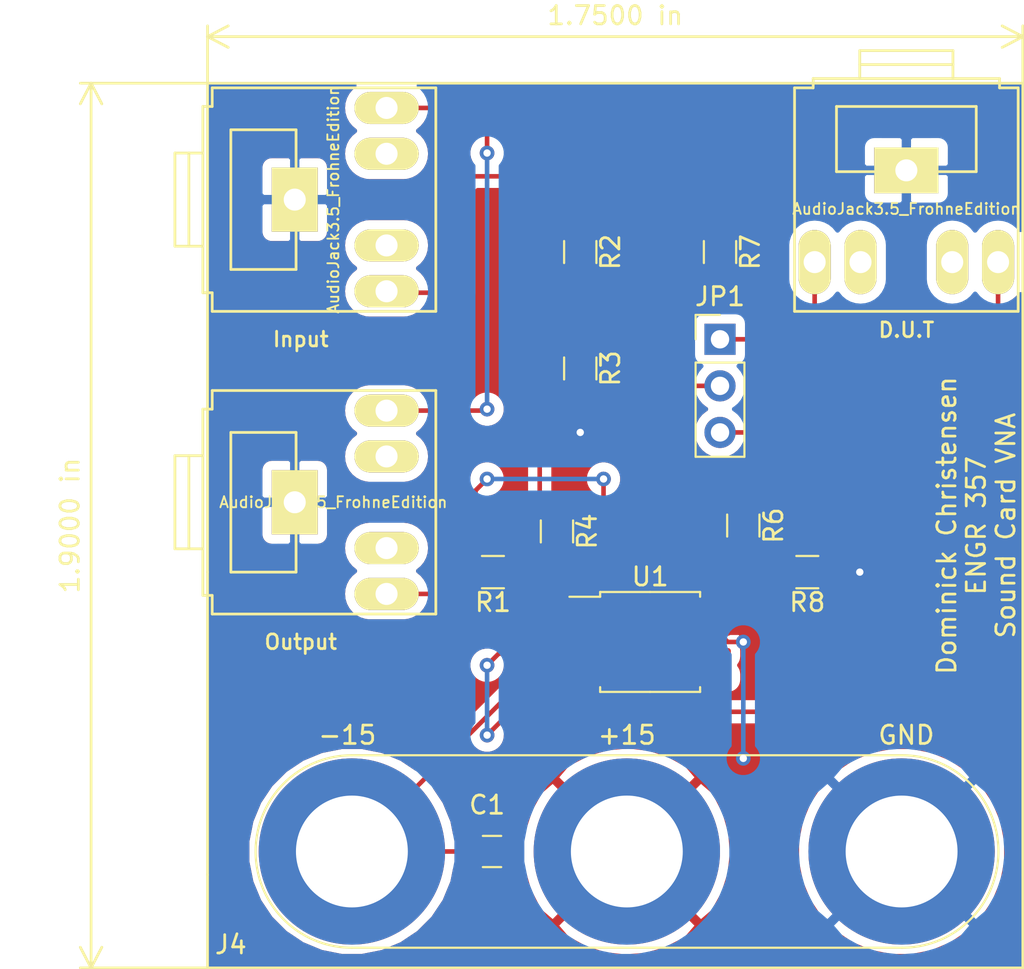
<source format=kicad_pcb>
(kicad_pcb (version 20171130) (host pcbnew "(5.1.2)-1")

  (general
    (thickness 1.6)
    (drawings 13)
    (tracks 81)
    (zones 0)
    (modules 14)
    (nets 16)
  )

  (page A4)
  (layers
    (0 F.Cu signal)
    (31 B.Cu signal)
    (32 B.Adhes user)
    (33 F.Adhes user)
    (34 B.Paste user)
    (35 F.Paste user)
    (36 B.SilkS user)
    (37 F.SilkS user)
    (38 B.Mask user)
    (39 F.Mask user)
    (40 Dwgs.User user)
    (41 Cmts.User user)
    (42 Eco1.User user)
    (43 Eco2.User user)
    (44 Edge.Cuts user)
    (45 Margin user)
    (46 B.CrtYd user)
    (47 F.CrtYd user)
    (48 B.Fab user)
    (49 F.Fab user)
  )

  (setup
    (last_trace_width 0.25)
    (trace_clearance 0.2)
    (zone_clearance 0.508)
    (zone_45_only no)
    (trace_min 0.2)
    (via_size 0.8)
    (via_drill 0.4)
    (via_min_size 0.4)
    (via_min_drill 0.3)
    (uvia_size 0.3)
    (uvia_drill 0.1)
    (uvias_allowed no)
    (uvia_min_size 0.2)
    (uvia_min_drill 0.1)
    (edge_width 0.1)
    (segment_width 0.2)
    (pcb_text_width 0.3)
    (pcb_text_size 1.5 1.5)
    (mod_edge_width 0.15)
    (mod_text_size 1 1)
    (mod_text_width 0.15)
    (pad_size 1.524 1.524)
    (pad_drill 0.762)
    (pad_to_mask_clearance 0)
    (pad_to_paste_clearance -0.5)
    (aux_axis_origin 0 0)
    (visible_elements 7FFFFFFF)
    (pcbplotparams
      (layerselection 0x010fc_ffffffff)
      (usegerberextensions false)
      (usegerberattributes false)
      (usegerberadvancedattributes false)
      (creategerberjobfile true)
      (excludeedgelayer true)
      (linewidth 0.100000)
      (plotframeref false)
      (viasonmask false)
      (mode 1)
      (useauxorigin false)
      (hpglpennumber 1)
      (hpglpenspeed 20)
      (hpglpendiameter 15.000000)
      (psnegative false)
      (psa4output false)
      (plotreference true)
      (plotvalue true)
      (plotinvisibletext false)
      (padsonsilk false)
      (subtractmaskfromsilk false)
      (outputformat 1)
      (mirror false)
      (drillshape 0)
      (scaleselection 1)
      (outputdirectory "Gerber/"))
  )

  (net 0 "")
  (net 1 +15V)
  (net 2 -15V)
  (net 3 "Net-(R1-Pad1)")
  (net 4 "Net-(R2-Pad2)")
  (net 5 "Net-(R6-Pad2)")
  (net 6 GND)
  (net 7 "Net-(J1-Pad3)")
  (net 8 "Net-(J1-Pad2)")
  (net 9 "Net-(J2-Pad3)")
  (net 10 "Net-(J3-Pad3)")
  (net 11 "Net-(J3-Pad2)")
  (net 12 "Net-(JP1-Pad2)")
  (net 13 "Net-(U1-Pad8)")
  (net 14 "Net-(U1-Pad5)")
  (net 15 "Net-(U1-Pad1)")

  (net_class Default "This is the default net class."
    (clearance 0.2)
    (trace_width 0.25)
    (via_dia 0.8)
    (via_drill 0.4)
    (uvia_dia 0.3)
    (uvia_drill 0.1)
    (add_net +15V)
    (add_net -15V)
    (add_net GND)
    (add_net "Net-(J1-Pad2)")
    (add_net "Net-(J1-Pad3)")
    (add_net "Net-(J2-Pad3)")
    (add_net "Net-(J3-Pad2)")
    (add_net "Net-(J3-Pad3)")
    (add_net "Net-(JP1-Pad2)")
    (add_net "Net-(R1-Pad1)")
    (add_net "Net-(R2-Pad2)")
    (add_net "Net-(R6-Pad2)")
    (add_net "Net-(U1-Pad1)")
    (add_net "Net-(U1-Pad5)")
    (add_net "Net-(U1-Pad8)")
  )

  (module Tayda:Tayda_3.5mm_stereo_TRS_jack_A-853 (layer F.Cu) (tedit 56D1364A) (tstamp 5CDE2932)
    (at 29.21 58.42 90)
    (path /5CE1B409)
    (fp_text reference Input (at -7.62 -1.27 180) (layer F.SilkS)
      (effects (font (size 0.8 0.8) (thickness 0.15)))
    )
    (fp_text value AudioJack3.5_FrohneEdition (at 0 0.508 90) (layer F.SilkS)
      (effects (font (size 0.6 0.6) (thickness 0.1)))
    )
    (fp_line (start 6.096 6.096) (end -6.096 6.096) (layer F.SilkS) (width 0.15))
    (fp_line (start 6.096 -6.096) (end 6.096 6.096) (layer F.SilkS) (width 0.15))
    (fp_line (start -6.096 6.096) (end -6.096 -6.096) (layer F.SilkS) (width 0.15))
    (fp_line (start -2.54 -8.128) (end 2.54 -8.128) (layer F.SilkS) (width 0.15))
    (fp_line (start 5.08 -6.604) (end 5.08 -6.096) (layer F.SilkS) (width 0.15))
    (fp_line (start -5.08 -6.604) (end 5.08 -6.604) (layer F.SilkS) (width 0.15))
    (fp_line (start -5.08 -6.35) (end -5.08 -6.604) (layer F.SilkS) (width 0.15))
    (fp_line (start -5.08 -6.096) (end -5.08 -6.35) (layer F.SilkS) (width 0.15))
    (fp_line (start -2.54 -7.366) (end 2.54 -7.366) (layer F.SilkS) (width 0.15))
    (fp_line (start 2.54 -6.604) (end 2.54 -8.128) (layer F.SilkS) (width 0.15))
    (fp_line (start -2.54 -8.128) (end -2.54 -6.604) (layer F.SilkS) (width 0.15))
    (fp_line (start 6.096 -6.096) (end 5.08 -6.096) (layer F.SilkS) (width 0.15))
    (fp_line (start -5.08 -6.096) (end -6.096 -6.096) (layer F.SilkS) (width 0.15))
    (fp_line (start 3.81 -1.524) (end 1.778 -1.524) (layer F.SilkS) (width 0.15))
    (fp_line (start 3.81 -5.08) (end 3.81 -1.524) (layer F.SilkS) (width 0.15))
    (fp_line (start -3.81 -5.08) (end 3.81 -5.08) (layer F.SilkS) (width 0.15))
    (fp_line (start -3.81 -1.524) (end -3.81 -5.08) (layer F.SilkS) (width 0.15))
    (fp_line (start -1.778 -1.524) (end -3.81 -1.524) (layer F.SilkS) (width 0.15))
    (pad 5 thru_hole oval (at -2.5 3.41 90) (size 1.75 3.5) (drill 1.2) (layers *.Cu *.Mask F.SilkS))
    (pad 4 thru_hole oval (at 2.5 3.41 90) (size 1.75 3.5) (drill 1.2) (layers *.Cu *.Mask F.SilkS))
    (pad 3 thru_hole oval (at -5 3.41 90) (size 1.75 3.5) (drill 1.2) (layers *.Cu *.Mask F.SilkS)
      (net 7 "Net-(J1-Pad3)"))
    (pad 2 thru_hole oval (at 5 3.41 90) (size 1.75 3.5) (drill 1.2) (layers *.Cu *.Mask F.SilkS)
      (net 8 "Net-(J1-Pad2)"))
    (pad 1 thru_hole rect (at 0 -1.596 90) (size 3.5 2.5) (drill 1.2) (layers *.Cu *.Mask F.SilkS)
      (net 6 GND))
  )

  (module Tayda:Tayda_3.5mm_stereo_TRS_jack_A-853 (layer F.Cu) (tedit 56D1364A) (tstamp 5CDE2FCD)
    (at 29.21 74.93 90)
    (path /5CE1C986)
    (fp_text reference Output (at -7.62 -1.27 180) (layer F.SilkS)
      (effects (font (size 0.8 0.8) (thickness 0.15)))
    )
    (fp_text value AudioJack3.5_FrohneEdition (at 0 0.508) (layer F.SilkS)
      (effects (font (size 0.6 0.6) (thickness 0.1)))
    )
    (fp_line (start 6.096 6.096) (end -6.096 6.096) (layer F.SilkS) (width 0.15))
    (fp_line (start 6.096 -6.096) (end 6.096 6.096) (layer F.SilkS) (width 0.15))
    (fp_line (start -6.096 6.096) (end -6.096 -6.096) (layer F.SilkS) (width 0.15))
    (fp_line (start -2.54 -8.128) (end 2.54 -8.128) (layer F.SilkS) (width 0.15))
    (fp_line (start 5.08 -6.604) (end 5.08 -6.096) (layer F.SilkS) (width 0.15))
    (fp_line (start -5.08 -6.604) (end 5.08 -6.604) (layer F.SilkS) (width 0.15))
    (fp_line (start -5.08 -6.35) (end -5.08 -6.604) (layer F.SilkS) (width 0.15))
    (fp_line (start -5.08 -6.096) (end -5.08 -6.35) (layer F.SilkS) (width 0.15))
    (fp_line (start -2.54 -7.366) (end 2.54 -7.366) (layer F.SilkS) (width 0.15))
    (fp_line (start 2.54 -6.604) (end 2.54 -8.128) (layer F.SilkS) (width 0.15))
    (fp_line (start -2.54 -8.128) (end -2.54 -6.604) (layer F.SilkS) (width 0.15))
    (fp_line (start 6.096 -6.096) (end 5.08 -6.096) (layer F.SilkS) (width 0.15))
    (fp_line (start -5.08 -6.096) (end -6.096 -6.096) (layer F.SilkS) (width 0.15))
    (fp_line (start 3.81 -1.524) (end 1.778 -1.524) (layer F.SilkS) (width 0.15))
    (fp_line (start 3.81 -5.08) (end 3.81 -1.524) (layer F.SilkS) (width 0.15))
    (fp_line (start -3.81 -5.08) (end 3.81 -5.08) (layer F.SilkS) (width 0.15))
    (fp_line (start -3.81 -1.524) (end -3.81 -5.08) (layer F.SilkS) (width 0.15))
    (fp_line (start -1.778 -1.524) (end -3.81 -1.524) (layer F.SilkS) (width 0.15))
    (pad 5 thru_hole oval (at -2.5 3.41 90) (size 1.75 3.5) (drill 1.2) (layers *.Cu *.Mask F.SilkS))
    (pad 4 thru_hole oval (at 2.5 3.41 90) (size 1.75 3.5) (drill 1.2) (layers *.Cu *.Mask F.SilkS))
    (pad 3 thru_hole oval (at -5 3.41 90) (size 1.75 3.5) (drill 1.2) (layers *.Cu *.Mask F.SilkS)
      (net 9 "Net-(J2-Pad3)"))
    (pad 2 thru_hole oval (at 5 3.41 90) (size 1.75 3.5) (drill 1.2) (layers *.Cu *.Mask F.SilkS)
      (net 8 "Net-(J1-Pad2)"))
    (pad 1 thru_hole rect (at 0 -1.596 90) (size 3.5 2.5) (drill 1.2) (layers *.Cu *.Mask F.SilkS)
      (net 6 GND))
  )

  (module Tayda:Tayda_3.5mm_stereo_TRS_jack_A-853 (layer F.Cu) (tedit 56D1364A) (tstamp 5CDE2968)
    (at 60.96 58.42)
    (path /5CE1D106)
    (fp_text reference D.U.T (at 0 7.112) (layer F.SilkS)
      (effects (font (size 0.8 0.8) (thickness 0.15)))
    )
    (fp_text value AudioJack3.5_FrohneEdition (at 0 0.508) (layer F.SilkS)
      (effects (font (size 0.6 0.6) (thickness 0.1)))
    )
    (fp_line (start 6.096 6.096) (end -6.096 6.096) (layer F.SilkS) (width 0.15))
    (fp_line (start 6.096 -6.096) (end 6.096 6.096) (layer F.SilkS) (width 0.15))
    (fp_line (start -6.096 6.096) (end -6.096 -6.096) (layer F.SilkS) (width 0.15))
    (fp_line (start -2.54 -8.128) (end 2.54 -8.128) (layer F.SilkS) (width 0.15))
    (fp_line (start 5.08 -6.604) (end 5.08 -6.096) (layer F.SilkS) (width 0.15))
    (fp_line (start -5.08 -6.604) (end 5.08 -6.604) (layer F.SilkS) (width 0.15))
    (fp_line (start -5.08 -6.35) (end -5.08 -6.604) (layer F.SilkS) (width 0.15))
    (fp_line (start -5.08 -6.096) (end -5.08 -6.35) (layer F.SilkS) (width 0.15))
    (fp_line (start -2.54 -7.366) (end 2.54 -7.366) (layer F.SilkS) (width 0.15))
    (fp_line (start 2.54 -6.604) (end 2.54 -8.128) (layer F.SilkS) (width 0.15))
    (fp_line (start -2.54 -8.128) (end -2.54 -6.604) (layer F.SilkS) (width 0.15))
    (fp_line (start 6.096 -6.096) (end 5.08 -6.096) (layer F.SilkS) (width 0.15))
    (fp_line (start -5.08 -6.096) (end -6.096 -6.096) (layer F.SilkS) (width 0.15))
    (fp_line (start 3.81 -1.524) (end 1.778 -1.524) (layer F.SilkS) (width 0.15))
    (fp_line (start 3.81 -5.08) (end 3.81 -1.524) (layer F.SilkS) (width 0.15))
    (fp_line (start -3.81 -5.08) (end 3.81 -5.08) (layer F.SilkS) (width 0.15))
    (fp_line (start -3.81 -1.524) (end -3.81 -5.08) (layer F.SilkS) (width 0.15))
    (fp_line (start -1.778 -1.524) (end -3.81 -1.524) (layer F.SilkS) (width 0.15))
    (pad 5 thru_hole oval (at -2.5 3.41) (size 1.75 3.5) (drill 1.2) (layers *.Cu *.Mask F.SilkS))
    (pad 4 thru_hole oval (at 2.5 3.41) (size 1.75 3.5) (drill 1.2) (layers *.Cu *.Mask F.SilkS))
    (pad 3 thru_hole oval (at -5 3.41) (size 1.75 3.5) (drill 1.2) (layers *.Cu *.Mask F.SilkS)
      (net 10 "Net-(J3-Pad3)"))
    (pad 2 thru_hole oval (at 5 3.41) (size 1.75 3.5) (drill 1.2) (layers *.Cu *.Mask F.SilkS)
      (net 11 "Net-(J3-Pad2)"))
    (pad 1 thru_hole rect (at 0 -1.596) (size 3.5 2.5) (drill 1.2) (layers *.Cu *.Mask F.SilkS)
      (net 6 GND))
  )

  (module Connectors:Banana_Jack_3Pin (layer F.Cu) (tedit 5977432C) (tstamp 5CDE296B)
    (at 30.73 93.98)
    (descr "Triple banana socket, footprint - 3 x 6mm drills")
    (tags "banana socket")
    (path /5CDE00CE)
    (fp_text reference J4 (at -6.6 5.08) (layer F.SilkS)
      (effects (font (size 1 1) (thickness 0.15)))
    )
    (fp_text value Conn_01x03 (at 22.5 -6.25) (layer F.Fab)
      (effects (font (size 1 1) (thickness 0.15)))
    )
    (fp_text user %R (at 14.99 0) (layer F.Fab)
      (effects (font (size 0.8 0.8) (thickness 0.12)))
    )
    (fp_circle (center 30 0) (end 30 -2) (layer F.Fab) (width 0.1))
    (fp_circle (center 30 0) (end 30 -4.75) (layer F.Fab) (width 0.1))
    (fp_circle (center 15 0) (end 19.75 0) (layer F.Fab) (width 0.1))
    (fp_circle (center 15 0) (end 17 0) (layer F.Fab) (width 0.1))
    (fp_circle (center 0 0) (end 4.75 0) (layer F.Fab) (width 0.1))
    (fp_circle (center 0 0) (end 2 0) (layer F.Fab) (width 0.1))
    (fp_line (start 30 5.5) (end 0 5.5) (layer F.CrtYd) (width 0.05))
    (fp_line (start 0 -5.5) (end 30 -5.5) (layer F.CrtYd) (width 0.05))
    (fp_arc (start 0 0) (end 0 5.5) (angle 180) (layer F.CrtYd) (width 0.05))
    (fp_arc (start 30 0) (end 30 -5.5) (angle 180) (layer F.CrtYd) (width 0.05))
    (fp_line (start 0 5.25) (end 30 5.25) (layer F.SilkS) (width 0.12))
    (fp_line (start 30 -5.25) (end 0 -5.25) (layer F.SilkS) (width 0.12))
    (fp_arc (start 30 0) (end 30 -5.25) (angle 180) (layer F.SilkS) (width 0.12))
    (fp_arc (start 0 0) (end 0 5.25) (angle 180) (layer F.SilkS) (width 0.12))
    (pad 1 thru_hole circle (at 0 0) (size 10.16 10.16) (drill 6.1) (layers *.Cu *.Mask)
      (net 2 -15V))
    (pad 3 thru_hole circle (at 29.97 0) (size 10.16 10.16) (drill 6.1) (layers *.Cu *.Mask)
      (net 6 GND))
    (pad 2 thru_hole circle (at 14.99 0) (size 10.16 10.16) (drill 6.1) (layers *.Cu *.Mask)
      (net 1 +15V))
    (model ${KISYS3DMOD}/Connectors.3dshapes/Banana_Jack_3Pin.wrl
      (offset (xyz 14.9999997747226 0 0))
      (scale (xyz 2 2 2))
      (rotate (xyz 0 0 0))
    )
  )

  (module Package_SO:SOIC-8_5.23x5.23mm_P1.27mm (layer F.Cu) (tedit 5C9033D8) (tstamp 5CDE4205)
    (at 46.99 82.55)
    (descr "SOIC, 8 Pin (http://www.winbond.com/resource-files/w25q32jv%20revg%2003272018%20plus.pdf#page=68), generated with kicad-footprint-generator ipc_gullwing_generator.py")
    (tags "SOIC SO")
    (path /5CDFC338)
    (attr smd)
    (fp_text reference U1 (at 0 -3.56) (layer F.SilkS)
      (effects (font (size 1 1) (thickness 0.15)))
    )
    (fp_text value TL071 (at 0 3.56) (layer F.Fab)
      (effects (font (size 1 1) (thickness 0.15)))
    )
    (fp_text user %R (at 0 0) (layer F.Fab)
      (effects (font (size 1 1) (thickness 0.15)))
    )
    (fp_line (start 4.65 -2.86) (end -4.65 -2.86) (layer F.CrtYd) (width 0.05))
    (fp_line (start 4.65 2.86) (end 4.65 -2.86) (layer F.CrtYd) (width 0.05))
    (fp_line (start -4.65 2.86) (end 4.65 2.86) (layer F.CrtYd) (width 0.05))
    (fp_line (start -4.65 -2.86) (end -4.65 2.86) (layer F.CrtYd) (width 0.05))
    (fp_line (start -2.615 -1.615) (end -1.615 -2.615) (layer F.Fab) (width 0.1))
    (fp_line (start -2.615 2.615) (end -2.615 -1.615) (layer F.Fab) (width 0.1))
    (fp_line (start 2.615 2.615) (end -2.615 2.615) (layer F.Fab) (width 0.1))
    (fp_line (start 2.615 -2.615) (end 2.615 2.615) (layer F.Fab) (width 0.1))
    (fp_line (start -1.615 -2.615) (end 2.615 -2.615) (layer F.Fab) (width 0.1))
    (fp_line (start -2.725 -2.465) (end -4.4 -2.465) (layer F.SilkS) (width 0.12))
    (fp_line (start -2.725 -2.725) (end -2.725 -2.465) (layer F.SilkS) (width 0.12))
    (fp_line (start 0 -2.725) (end -2.725 -2.725) (layer F.SilkS) (width 0.12))
    (fp_line (start 2.725 -2.725) (end 2.725 -2.465) (layer F.SilkS) (width 0.12))
    (fp_line (start 0 -2.725) (end 2.725 -2.725) (layer F.SilkS) (width 0.12))
    (fp_line (start -2.725 2.725) (end -2.725 2.465) (layer F.SilkS) (width 0.12))
    (fp_line (start 0 2.725) (end -2.725 2.725) (layer F.SilkS) (width 0.12))
    (fp_line (start 2.725 2.725) (end 2.725 2.465) (layer F.SilkS) (width 0.12))
    (fp_line (start 0 2.725) (end 2.725 2.725) (layer F.SilkS) (width 0.12))
    (pad 8 smd roundrect (at 3.6 -1.905) (size 1.6 0.6) (layers F.Cu F.Paste F.Mask) (roundrect_rratio 0.25)
      (net 13 "Net-(U1-Pad8)"))
    (pad 7 smd roundrect (at 3.6 -0.635) (size 1.6 0.6) (layers F.Cu F.Paste F.Mask) (roundrect_rratio 0.25)
      (net 1 +15V))
    (pad 6 smd roundrect (at 3.6 0.635) (size 1.6 0.6) (layers F.Cu F.Paste F.Mask) (roundrect_rratio 0.25)
      (net 9 "Net-(J2-Pad3)"))
    (pad 5 smd roundrect (at 3.6 1.905) (size 1.6 0.6) (layers F.Cu F.Paste F.Mask) (roundrect_rratio 0.25)
      (net 14 "Net-(U1-Pad5)"))
    (pad 4 smd roundrect (at -3.6 1.905) (size 1.6 0.6) (layers F.Cu F.Paste F.Mask) (roundrect_rratio 0.25)
      (net 2 -15V))
    (pad 3 smd roundrect (at -3.6 0.635) (size 1.6 0.6) (layers F.Cu F.Paste F.Mask) (roundrect_rratio 0.25)
      (net 5 "Net-(R6-Pad2)"))
    (pad 2 smd roundrect (at -3.6 -0.635) (size 1.6 0.6) (layers F.Cu F.Paste F.Mask) (roundrect_rratio 0.25)
      (net 3 "Net-(R1-Pad1)"))
    (pad 1 smd roundrect (at -3.6 -1.905) (size 1.6 0.6) (layers F.Cu F.Paste F.Mask) (roundrect_rratio 0.25)
      (net 15 "Net-(U1-Pad1)"))
    (model ${KISYS3DMOD}/Package_SO.3dshapes/SOIC-8_5.23x5.23mm_P1.27mm.wrl
      (at (xyz 0 0 0))
      (scale (xyz 1 1 1))
      (rotate (xyz 0 0 0))
    )
  )

  (module Resistors_SMD:R_0805 (layer F.Cu) (tedit 58E0A804) (tstamp 5CDBAA43)
    (at 55.56 78.74 180)
    (descr "Resistor SMD 0805, reflow soldering, Vishay (see dcrcw.pdf)")
    (tags "resistor 0805")
    (path /5CD9228E)
    (attr smd)
    (fp_text reference R8 (at 0 -1.65) (layer F.SilkS)
      (effects (font (size 1 1) (thickness 0.15)))
    )
    (fp_text value R (at 0 1.75) (layer F.Fab)
      (effects (font (size 1 1) (thickness 0.15)))
    )
    (fp_text user %R (at 0 0) (layer F.Fab)
      (effects (font (size 0.5 0.5) (thickness 0.075)))
    )
    (fp_line (start -1 0.62) (end -1 -0.62) (layer F.Fab) (width 0.1))
    (fp_line (start 1 0.62) (end -1 0.62) (layer F.Fab) (width 0.1))
    (fp_line (start 1 -0.62) (end 1 0.62) (layer F.Fab) (width 0.1))
    (fp_line (start -1 -0.62) (end 1 -0.62) (layer F.Fab) (width 0.1))
    (fp_line (start 0.6 0.88) (end -0.6 0.88) (layer F.SilkS) (width 0.12))
    (fp_line (start -0.6 -0.88) (end 0.6 -0.88) (layer F.SilkS) (width 0.12))
    (fp_line (start -1.55 -0.9) (end 1.55 -0.9) (layer F.CrtYd) (width 0.05))
    (fp_line (start -1.55 -0.9) (end -1.55 0.9) (layer F.CrtYd) (width 0.05))
    (fp_line (start 1.55 0.9) (end 1.55 -0.9) (layer F.CrtYd) (width 0.05))
    (fp_line (start 1.55 0.9) (end -1.55 0.9) (layer F.CrtYd) (width 0.05))
    (pad 1 smd rect (at -0.95 0 180) (size 0.7 1.3) (layers F.Cu F.Paste F.Mask)
      (net 6 GND))
    (pad 2 smd rect (at 0.95 0 180) (size 0.7 1.3) (layers F.Cu F.Paste F.Mask)
      (net 5 "Net-(R6-Pad2)"))
    (model ${KISYS3DMOD}/Resistors_SMD.3dshapes/R_0805.wrl
      (at (xyz 0 0 0))
      (scale (xyz 1 1 1))
      (rotate (xyz 0 0 0))
    )
  )

  (module Resistors_SMD:R_0805 (layer F.Cu) (tedit 58E0A804) (tstamp 5CDB5111)
    (at 50.8 61.28 270)
    (descr "Resistor SMD 0805, reflow soldering, Vishay (see dcrcw.pdf)")
    (tags "resistor 0805")
    (path /5CD4C0CF)
    (attr smd)
    (fp_text reference R7 (at 0 -1.65 90) (layer F.SilkS)
      (effects (font (size 1 1) (thickness 0.15)))
    )
    (fp_text value R (at 0 1.75 90) (layer F.Fab)
      (effects (font (size 1 1) (thickness 0.15)))
    )
    (fp_text user %R (at 0 0 90) (layer F.Fab)
      (effects (font (size 0.5 0.5) (thickness 0.075)))
    )
    (fp_line (start -1 0.62) (end -1 -0.62) (layer F.Fab) (width 0.1))
    (fp_line (start 1 0.62) (end -1 0.62) (layer F.Fab) (width 0.1))
    (fp_line (start 1 -0.62) (end 1 0.62) (layer F.Fab) (width 0.1))
    (fp_line (start -1 -0.62) (end 1 -0.62) (layer F.Fab) (width 0.1))
    (fp_line (start 0.6 0.88) (end -0.6 0.88) (layer F.SilkS) (width 0.12))
    (fp_line (start -0.6 -0.88) (end 0.6 -0.88) (layer F.SilkS) (width 0.12))
    (fp_line (start -1.55 -0.9) (end 1.55 -0.9) (layer F.CrtYd) (width 0.05))
    (fp_line (start -1.55 -0.9) (end -1.55 0.9) (layer F.CrtYd) (width 0.05))
    (fp_line (start 1.55 0.9) (end 1.55 -0.9) (layer F.CrtYd) (width 0.05))
    (fp_line (start 1.55 0.9) (end -1.55 0.9) (layer F.CrtYd) (width 0.05))
    (pad 1 smd rect (at -0.95 0 270) (size 0.7 1.3) (layers F.Cu F.Paste F.Mask)
      (net 7 "Net-(J1-Pad3)"))
    (pad 2 smd rect (at 0.95 0 270) (size 0.7 1.3) (layers F.Cu F.Paste F.Mask)
      (net 12 "Net-(JP1-Pad2)"))
    (model ${KISYS3DMOD}/Resistors_SMD.3dshapes/R_0805.wrl
      (at (xyz 0 0 0))
      (scale (xyz 1 1 1))
      (rotate (xyz 0 0 0))
    )
  )

  (module Resistors_SMD:R_0805 (layer F.Cu) (tedit 58E0A804) (tstamp 5CDB5447)
    (at 52.07 76.2 270)
    (descr "Resistor SMD 0805, reflow soldering, Vishay (see dcrcw.pdf)")
    (tags "resistor 0805")
    (path /5CD5521B)
    (attr smd)
    (fp_text reference R6 (at 0 -1.65 90) (layer F.SilkS)
      (effects (font (size 1 1) (thickness 0.15)))
    )
    (fp_text value R (at 0 1.75 90) (layer F.Fab)
      (effects (font (size 1 1) (thickness 0.15)))
    )
    (fp_text user %R (at 0 0 90) (layer F.Fab)
      (effects (font (size 0.5 0.5) (thickness 0.075)))
    )
    (fp_line (start -1 0.62) (end -1 -0.62) (layer F.Fab) (width 0.1))
    (fp_line (start 1 0.62) (end -1 0.62) (layer F.Fab) (width 0.1))
    (fp_line (start 1 -0.62) (end 1 0.62) (layer F.Fab) (width 0.1))
    (fp_line (start -1 -0.62) (end 1 -0.62) (layer F.Fab) (width 0.1))
    (fp_line (start 0.6 0.88) (end -0.6 0.88) (layer F.SilkS) (width 0.12))
    (fp_line (start -0.6 -0.88) (end 0.6 -0.88) (layer F.SilkS) (width 0.12))
    (fp_line (start -1.55 -0.9) (end 1.55 -0.9) (layer F.CrtYd) (width 0.05))
    (fp_line (start -1.55 -0.9) (end -1.55 0.9) (layer F.CrtYd) (width 0.05))
    (fp_line (start 1.55 0.9) (end 1.55 -0.9) (layer F.CrtYd) (width 0.05))
    (fp_line (start 1.55 0.9) (end -1.55 0.9) (layer F.CrtYd) (width 0.05))
    (pad 1 smd rect (at -0.95 0 270) (size 0.7 1.3) (layers F.Cu F.Paste F.Mask)
      (net 12 "Net-(JP1-Pad2)"))
    (pad 2 smd rect (at 0.95 0 270) (size 0.7 1.3) (layers F.Cu F.Paste F.Mask)
      (net 5 "Net-(R6-Pad2)"))
    (model ${KISYS3DMOD}/Resistors_SMD.3dshapes/R_0805.wrl
      (at (xyz 0 0 0))
      (scale (xyz 1 1 1))
      (rotate (xyz 0 0 0))
    )
  )

  (module Resistors_SMD:R_0805 (layer F.Cu) (tedit 58E0A804) (tstamp 5CDB471F)
    (at 41.91 76.52 270)
    (descr "Resistor SMD 0805, reflow soldering, Vishay (see dcrcw.pdf)")
    (tags "resistor 0805")
    (path /5CD54F26)
    (attr smd)
    (fp_text reference R4 (at 0 -1.65 90) (layer F.SilkS)
      (effects (font (size 1 1) (thickness 0.15)))
    )
    (fp_text value R (at 0 1.75 90) (layer F.Fab)
      (effects (font (size 1 1) (thickness 0.15)))
    )
    (fp_text user %R (at 0 0 90) (layer F.Fab)
      (effects (font (size 0.5 0.5) (thickness 0.075)))
    )
    (fp_line (start -1 0.62) (end -1 -0.62) (layer F.Fab) (width 0.1))
    (fp_line (start 1 0.62) (end -1 0.62) (layer F.Fab) (width 0.1))
    (fp_line (start 1 -0.62) (end 1 0.62) (layer F.Fab) (width 0.1))
    (fp_line (start -1 -0.62) (end 1 -0.62) (layer F.Fab) (width 0.1))
    (fp_line (start 0.6 0.88) (end -0.6 0.88) (layer F.SilkS) (width 0.12))
    (fp_line (start -0.6 -0.88) (end 0.6 -0.88) (layer F.SilkS) (width 0.12))
    (fp_line (start -1.55 -0.9) (end 1.55 -0.9) (layer F.CrtYd) (width 0.05))
    (fp_line (start -1.55 -0.9) (end -1.55 0.9) (layer F.CrtYd) (width 0.05))
    (fp_line (start 1.55 0.9) (end 1.55 -0.9) (layer F.CrtYd) (width 0.05))
    (fp_line (start 1.55 0.9) (end -1.55 0.9) (layer F.CrtYd) (width 0.05))
    (pad 1 smd rect (at -0.95 0 270) (size 0.7 1.3) (layers F.Cu F.Paste F.Mask)
      (net 4 "Net-(R2-Pad2)"))
    (pad 2 smd rect (at 0.95 0 270) (size 0.7 1.3) (layers F.Cu F.Paste F.Mask)
      (net 3 "Net-(R1-Pad1)"))
    (model ${KISYS3DMOD}/Resistors_SMD.3dshapes/R_0805.wrl
      (at (xyz 0 0 0))
      (scale (xyz 1 1 1))
      (rotate (xyz 0 0 0))
    )
  )

  (module Resistors_SMD:R_0805 (layer F.Cu) (tedit 58E0A804) (tstamp 5CDBAED4)
    (at 43.18 67.63 270)
    (descr "Resistor SMD 0805, reflow soldering, Vishay (see dcrcw.pdf)")
    (tags "resistor 0805")
    (path /5CD4CCBC)
    (attr smd)
    (fp_text reference R3 (at 0 -1.65 90) (layer F.SilkS)
      (effects (font (size 1 1) (thickness 0.15)))
    )
    (fp_text value R (at 2.22 0 180) (layer F.Fab)
      (effects (font (size 1 1) (thickness 0.15)))
    )
    (fp_text user %R (at 0 0 90) (layer F.Fab)
      (effects (font (size 0.5 0.5) (thickness 0.075)))
    )
    (fp_line (start -1 0.62) (end -1 -0.62) (layer F.Fab) (width 0.1))
    (fp_line (start 1 0.62) (end -1 0.62) (layer F.Fab) (width 0.1))
    (fp_line (start 1 -0.62) (end 1 0.62) (layer F.Fab) (width 0.1))
    (fp_line (start -1 -0.62) (end 1 -0.62) (layer F.Fab) (width 0.1))
    (fp_line (start 0.6 0.88) (end -0.6 0.88) (layer F.SilkS) (width 0.12))
    (fp_line (start -0.6 -0.88) (end 0.6 -0.88) (layer F.SilkS) (width 0.12))
    (fp_line (start -1.55 -0.9) (end 1.55 -0.9) (layer F.CrtYd) (width 0.05))
    (fp_line (start -1.55 -0.9) (end -1.55 0.9) (layer F.CrtYd) (width 0.05))
    (fp_line (start 1.55 0.9) (end 1.55 -0.9) (layer F.CrtYd) (width 0.05))
    (fp_line (start 1.55 0.9) (end -1.55 0.9) (layer F.CrtYd) (width 0.05))
    (pad 1 smd rect (at -0.95 0 270) (size 0.7 1.3) (layers F.Cu F.Paste F.Mask)
      (net 4 "Net-(R2-Pad2)"))
    (pad 2 smd rect (at 0.95 0 270) (size 0.7 1.3) (layers F.Cu F.Paste F.Mask)
      (net 6 GND))
    (model ${KISYS3DMOD}/Resistors_SMD.3dshapes/R_0805.wrl
      (at (xyz 0 0 0))
      (scale (xyz 1 1 1))
      (rotate (xyz 0 0 0))
    )
  )

  (module Resistors_SMD:R_0805 (layer F.Cu) (tedit 58E0A804) (tstamp 5CDB4719)
    (at 43.18 61.28 270)
    (descr "Resistor SMD 0805, reflow soldering, Vishay (see dcrcw.pdf)")
    (tags "resistor 0805")
    (path /5CD4B4B1)
    (attr smd)
    (fp_text reference R2 (at 0 -1.65 90) (layer F.SilkS)
      (effects (font (size 1 1) (thickness 0.15)))
    )
    (fp_text value R (at 0 1.75 90) (layer F.Fab)
      (effects (font (size 1 1) (thickness 0.15)))
    )
    (fp_text user %R (at 0 0 90) (layer F.Fab)
      (effects (font (size 0.5 0.5) (thickness 0.075)))
    )
    (fp_line (start -1 0.62) (end -1 -0.62) (layer F.Fab) (width 0.1))
    (fp_line (start 1 0.62) (end -1 0.62) (layer F.Fab) (width 0.1))
    (fp_line (start 1 -0.62) (end 1 0.62) (layer F.Fab) (width 0.1))
    (fp_line (start -1 -0.62) (end 1 -0.62) (layer F.Fab) (width 0.1))
    (fp_line (start 0.6 0.88) (end -0.6 0.88) (layer F.SilkS) (width 0.12))
    (fp_line (start -0.6 -0.88) (end 0.6 -0.88) (layer F.SilkS) (width 0.12))
    (fp_line (start -1.55 -0.9) (end 1.55 -0.9) (layer F.CrtYd) (width 0.05))
    (fp_line (start -1.55 -0.9) (end -1.55 0.9) (layer F.CrtYd) (width 0.05))
    (fp_line (start 1.55 0.9) (end 1.55 -0.9) (layer F.CrtYd) (width 0.05))
    (fp_line (start 1.55 0.9) (end -1.55 0.9) (layer F.CrtYd) (width 0.05))
    (pad 1 smd rect (at -0.95 0 270) (size 0.7 1.3) (layers F.Cu F.Paste F.Mask)
      (net 7 "Net-(J1-Pad3)"))
    (pad 2 smd rect (at 0.95 0 270) (size 0.7 1.3) (layers F.Cu F.Paste F.Mask)
      (net 4 "Net-(R2-Pad2)"))
    (model ${KISYS3DMOD}/Resistors_SMD.3dshapes/R_0805.wrl
      (at (xyz 0 0 0))
      (scale (xyz 1 1 1))
      (rotate (xyz 0 0 0))
    )
  )

  (module Resistors_SMD:R_0805 (layer F.Cu) (tedit 58E0A804) (tstamp 5CDB4716)
    (at 38.42 78.74 180)
    (descr "Resistor SMD 0805, reflow soldering, Vishay (see dcrcw.pdf)")
    (tags "resistor 0805")
    (path /5CD5544F)
    (attr smd)
    (fp_text reference R1 (at 0 -1.65) (layer F.SilkS)
      (effects (font (size 1 1) (thickness 0.15)))
    )
    (fp_text value R (at 0 1.75) (layer F.Fab)
      (effects (font (size 1 1) (thickness 0.15)))
    )
    (fp_text user %R (at 0 0 180) (layer F.Fab)
      (effects (font (size 0.5 0.5) (thickness 0.075)))
    )
    (fp_line (start -1 0.62) (end -1 -0.62) (layer F.Fab) (width 0.1))
    (fp_line (start 1 0.62) (end -1 0.62) (layer F.Fab) (width 0.1))
    (fp_line (start 1 -0.62) (end 1 0.62) (layer F.Fab) (width 0.1))
    (fp_line (start -1 -0.62) (end 1 -0.62) (layer F.Fab) (width 0.1))
    (fp_line (start 0.6 0.88) (end -0.6 0.88) (layer F.SilkS) (width 0.12))
    (fp_line (start -0.6 -0.88) (end 0.6 -0.88) (layer F.SilkS) (width 0.12))
    (fp_line (start -1.55 -0.9) (end 1.55 -0.9) (layer F.CrtYd) (width 0.05))
    (fp_line (start -1.55 -0.9) (end -1.55 0.9) (layer F.CrtYd) (width 0.05))
    (fp_line (start 1.55 0.9) (end 1.55 -0.9) (layer F.CrtYd) (width 0.05))
    (fp_line (start 1.55 0.9) (end -1.55 0.9) (layer F.CrtYd) (width 0.05))
    (pad 1 smd rect (at -0.95 0 180) (size 0.7 1.3) (layers F.Cu F.Paste F.Mask)
      (net 3 "Net-(R1-Pad1)"))
    (pad 2 smd rect (at 0.95 0 180) (size 0.7 1.3) (layers F.Cu F.Paste F.Mask)
      (net 9 "Net-(J2-Pad3)"))
    (model ${KISYS3DMOD}/Resistors_SMD.3dshapes/R_0805.wrl
      (at (xyz 0 0 0))
      (scale (xyz 1 1 1))
      (rotate (xyz 0 0 0))
    )
  )

  (module Capacitors_SMD:C_0805 (layer F.Cu) (tedit 58AA8463) (tstamp 5CDB4691)
    (at 38.37 93.98 180)
    (descr "Capacitor SMD 0805, reflow soldering, AVX (see smccp.pdf)")
    (tags "capacitor 0805")
    (path /5CDC54F0)
    (attr smd)
    (fp_text reference C1 (at 0.27 2.54) (layer F.SilkS)
      (effects (font (size 1 1) (thickness 0.15)))
    )
    (fp_text value C (at -2.81 0) (layer F.Fab)
      (effects (font (size 1 1) (thickness 0.15)))
    )
    (fp_text user %R (at 0 -1.5) (layer F.Fab)
      (effects (font (size 1 1) (thickness 0.15)))
    )
    (fp_line (start -1 0.62) (end -1 -0.62) (layer F.Fab) (width 0.1))
    (fp_line (start 1 0.62) (end -1 0.62) (layer F.Fab) (width 0.1))
    (fp_line (start 1 -0.62) (end 1 0.62) (layer F.Fab) (width 0.1))
    (fp_line (start -1 -0.62) (end 1 -0.62) (layer F.Fab) (width 0.1))
    (fp_line (start 0.5 -0.85) (end -0.5 -0.85) (layer F.SilkS) (width 0.12))
    (fp_line (start -0.5 0.85) (end 0.5 0.85) (layer F.SilkS) (width 0.12))
    (fp_line (start -1.75 -0.88) (end 1.75 -0.88) (layer F.CrtYd) (width 0.05))
    (fp_line (start -1.75 -0.88) (end -1.75 0.87) (layer F.CrtYd) (width 0.05))
    (fp_line (start 1.75 0.87) (end 1.75 -0.88) (layer F.CrtYd) (width 0.05))
    (fp_line (start 1.75 0.87) (end -1.75 0.87) (layer F.CrtYd) (width 0.05))
    (pad 1 smd rect (at -1 0 180) (size 1 1.25) (layers F.Cu F.Paste F.Mask)
      (net 1 +15V))
    (pad 2 smd rect (at 1 0 180) (size 1 1.25) (layers F.Cu F.Paste F.Mask)
      (net 2 -15V))
    (model Capacitors_SMD.3dshapes/C_0805.wrl
      (at (xyz 0 0 0))
      (scale (xyz 1 1 1))
      (rotate (xyz 0 0 0))
    )
  )

  (module PinHead_2.54:PinHeader_1x03_P2.54mm_Vertical (layer F.Cu) (tedit 59FED5CC) (tstamp 5CDE3BE1)
    (at 50.8 66.04)
    (descr "Through hole straight pin header, 1x03, 2.54mm pitch, single row")
    (tags "Through hole pin header THT 1x03 2.54mm single row")
    (path /5CDBD759)
    (fp_text reference JP1 (at 0 -2.33) (layer F.SilkS)
      (effects (font (size 1 1) (thickness 0.15)))
    )
    (fp_text value Jumper_3_Bridged12 (at 0 7.41) (layer F.Fab)
      (effects (font (size 1 1) (thickness 0.15)))
    )
    (fp_line (start -0.635 -1.27) (end 1.27 -1.27) (layer F.Fab) (width 0.1))
    (fp_line (start 1.27 -1.27) (end 1.27 6.35) (layer F.Fab) (width 0.1))
    (fp_line (start 1.27 6.35) (end -1.27 6.35) (layer F.Fab) (width 0.1))
    (fp_line (start -1.27 6.35) (end -1.27 -0.635) (layer F.Fab) (width 0.1))
    (fp_line (start -1.27 -0.635) (end -0.635 -1.27) (layer F.Fab) (width 0.1))
    (fp_line (start -1.33 6.41) (end 1.33 6.41) (layer F.SilkS) (width 0.12))
    (fp_line (start -1.33 1.27) (end -1.33 6.41) (layer F.SilkS) (width 0.12))
    (fp_line (start 1.33 1.27) (end 1.33 6.41) (layer F.SilkS) (width 0.12))
    (fp_line (start -1.33 1.27) (end 1.33 1.27) (layer F.SilkS) (width 0.12))
    (fp_line (start -1.33 0) (end -1.33 -1.33) (layer F.SilkS) (width 0.12))
    (fp_line (start -1.33 -1.33) (end 0 -1.33) (layer F.SilkS) (width 0.12))
    (fp_line (start -1.8 -1.8) (end -1.8 6.85) (layer F.CrtYd) (width 0.05))
    (fp_line (start -1.8 6.85) (end 1.8 6.85) (layer F.CrtYd) (width 0.05))
    (fp_line (start 1.8 6.85) (end 1.8 -1.8) (layer F.CrtYd) (width 0.05))
    (fp_line (start 1.8 -1.8) (end -1.8 -1.8) (layer F.CrtYd) (width 0.05))
    (fp_text user %R (at 0 2.54 90) (layer F.Fab)
      (effects (font (size 1 1) (thickness 0.15)))
    )
    (pad 1 thru_hole rect (at 0 0) (size 1.7 1.7) (drill 1) (layers *.Cu *.Mask)
      (net 10 "Net-(J3-Pad3)"))
    (pad 2 thru_hole oval (at 0 2.54) (size 1.7 1.7) (drill 1) (layers *.Cu *.Mask)
      (net 12 "Net-(JP1-Pad2)"))
    (pad 3 thru_hole oval (at 0 5.08) (size 1.7 1.7) (drill 1) (layers *.Cu *.Mask)
      (net 11 "Net-(J3-Pad2)"))
    (model ${KISYS3DMOD}/Connector_PinHeader_2.54mm.3dshapes/PinHeader_1x03_P2.54mm_Vertical.wrl
      (at (xyz 0 0 0))
      (scale (xyz 1 1 1))
      (rotate (xyz 0 0 0))
    )
  )

  (dimension 44.45 (width 0.15) (layer F.SilkS)
    (gr_text "1.75 in" (at 45.085 48.23) (layer F.SilkS)
      (effects (font (size 1 1) (thickness 0.15)))
    )
    (feature1 (pts (xy 67.31 52.07) (xy 67.31 48.943579)))
    (feature2 (pts (xy 22.86 52.07) (xy 22.86 48.943579)))
    (crossbar (pts (xy 22.86 49.53) (xy 67.31 49.53)))
    (arrow1a (pts (xy 67.31 49.53) (xy 66.183496 50.116421)))
    (arrow1b (pts (xy 67.31 49.53) (xy 66.183496 48.943579)))
    (arrow2a (pts (xy 22.86 49.53) (xy 23.986504 50.116421)))
    (arrow2b (pts (xy 22.86 49.53) (xy 23.986504 48.943579)))
  )
  (dimension 48.26 (width 0.15) (layer F.SilkS)
    (gr_text "1.9 in" (at 15.21 76.2 90) (layer F.SilkS)
      (effects (font (size 1 1) (thickness 0.15)))
    )
    (feature1 (pts (xy 22.86 52.07) (xy 15.923579 52.07)))
    (feature2 (pts (xy 22.86 100.33) (xy 15.923579 100.33)))
    (crossbar (pts (xy 16.51 100.33) (xy 16.51 52.07)))
    (arrow1a (pts (xy 16.51 52.07) (xy 17.096421 53.196504)))
    (arrow1b (pts (xy 16.51 52.07) (xy 15.923579 53.196504)))
    (arrow2a (pts (xy 16.51 100.33) (xy 17.096421 99.203496)))
    (arrow2b (pts (xy 16.51 100.33) (xy 15.923579 99.203496)))
  )
  (gr_text "Dominick Christensen\nENGR 357\nSound Card VNA" (at 64.77 76.2 90) (layer F.SilkS)
    (effects (font (size 1 1) (thickness 0.15)))
  )
  (gr_text GND (at 60.96 87.63) (layer F.SilkS)
    (effects (font (size 1 1) (thickness 0.15)))
  )
  (gr_text +15 (at 45.72 87.63) (layer F.SilkS)
    (effects (font (size 1 1) (thickness 0.15)))
  )
  (gr_text -15 (at 30.48 87.63) (layer F.SilkS)
    (effects (font (size 1 1) (thickness 0.15)))
  )
  (gr_line (start 67.31 100.33) (end 67.31 95.25) (layer F.SilkS) (width 0.15) (tstamp 5CDE40A6))
  (gr_line (start 22.86 100.33) (end 67.31 100.33) (layer F.SilkS) (width 0.15))
  (gr_line (start 22.86 95.25) (end 22.86 100.33) (layer F.SilkS) (width 0.15))
  (gr_line (start 22.86 52.07) (end 22.86 78.74) (layer F.SilkS) (width 0.15) (tstamp 5CDBABE1))
  (gr_line (start 67.31 52.07) (end 22.86 52.07) (layer F.SilkS) (width 0.15))
  (gr_line (start 67.31 95.25) (end 67.31 52.07) (layer F.SilkS) (width 0.15))
  (gr_line (start 22.86 78.74) (end 22.86 95.25) (layer F.SilkS) (width 0.15))

  (via (at 52.07 88.9) (size 0.8) (drill 0.4) (layers F.Cu B.Cu) (net 1))
  (segment (start 45.72 93.98) (end 50.8 88.9) (width 0.25) (layer F.Cu) (net 1))
  (segment (start 50.8 88.9) (end 52.07 88.9) (width 0.25) (layer F.Cu) (net 1))
  (via (at 52.07 82.55) (size 0.8) (drill 0.4) (layers F.Cu B.Cu) (net 1))
  (segment (start 52.07 88.9) (end 52.07 82.55) (width 0.25) (layer B.Cu) (net 1))
  (segment (start 51.225 82.55) (end 50.59 81.915) (width 0.25) (layer F.Cu) (net 1))
  (segment (start 52.07 82.55) (end 51.225 82.55) (width 0.25) (layer F.Cu) (net 1))
  (segment (start 40.255 84.455) (end 43.39 84.455) (width 0.25) (layer F.Cu) (net 2))
  (segment (start 30.73 93.98) (end 40.255 84.455) (width 0.25) (layer F.Cu) (net 2))
  (segment (start 37.37 93.98) (end 30.73 93.98) (width 0.25) (layer F.Cu) (net 2))
  (segment (start 42.49 81.915) (end 43.39 81.915) (width 0.25) (layer F.Cu) (net 3))
  (segment (start 41.91 81.335) (end 42.49 81.915) (width 0.25) (layer F.Cu) (net 3))
  (segment (start 39.97 78.74) (end 41.91 78.74) (width 0.25) (layer F.Cu) (net 3))
  (segment (start 39.37 78.74) (end 39.97 78.74) (width 0.25) (layer F.Cu) (net 3))
  (segment (start 41.91 77.47) (end 41.91 78.74) (width 0.25) (layer F.Cu) (net 3))
  (segment (start 41.91 78.74) (end 41.91 81.335) (width 0.25) (layer F.Cu) (net 3))
  (segment (start 43.18 62.23) (end 43.18 66.68) (width 0.25) (layer F.Cu) (net 4))
  (segment (start 41.91 75.57) (end 41.61 75.57) (width 0.25) (layer F.Cu) (net 4))
  (segment (start 41.61 75.57) (end 40.97 74.93) (width 0.25) (layer F.Cu) (net 4))
  (segment (start 42.88 66.68) (end 43.18 66.68) (width 0.25) (layer F.Cu) (net 4))
  (segment (start 40.97 68.59) (end 42.88 66.68) (width 0.25) (layer F.Cu) (net 4))
  (segment (start 40.97 74.93) (end 40.97 68.59) (width 0.25) (layer F.Cu) (net 4))
  (segment (start 52.07 78.74) (end 52.07 77.15) (width 0.25) (layer F.Cu) (net 5))
  (segment (start 54.61 78.74) (end 52.07 78.74) (width 0.25) (layer F.Cu) (net 5))
  (via (at 38.1 83.82) (size 0.8) (drill 0.4) (layers F.Cu B.Cu) (net 5))
  (segment (start 43.39 83.185) (end 38.735 83.185) (width 0.25) (layer F.Cu) (net 5))
  (segment (start 38.735 83.185) (end 38.1 83.82) (width 0.25) (layer F.Cu) (net 5))
  (via (at 38.102653 87.632653) (size 0.8) (drill 0.4) (layers F.Cu B.Cu) (net 5))
  (segment (start 38.1 83.82) (end 38.1 87.63) (width 0.25) (layer B.Cu) (net 5))
  (segment (start 38.1 87.63) (end 38.102653 87.632653) (width 0.25) (layer B.Cu) (net 5))
  (segment (start 38.102653 87.632653) (end 39.375306 86.36) (width 0.25) (layer F.Cu) (net 5))
  (segment (start 39.375306 86.36) (end 54.61 86.36) (width 0.25) (layer F.Cu) (net 5))
  (segment (start 54.61 86.36) (end 54.61 78.74) (width 0.25) (layer F.Cu) (net 5))
  (via (at 58.42 78.74) (size 0.8) (drill 0.4) (layers F.Cu B.Cu) (net 6))
  (segment (start 56.51 78.74) (end 58.42 78.74) (width 0.25) (layer F.Cu) (net 6))
  (via (at 43.18 71.12) (size 0.8) (drill 0.4) (layers F.Cu B.Cu) (net 6))
  (segment (start 43.18 68.58) (end 43.18 71.12) (width 0.25) (layer F.Cu) (net 6))
  (segment (start 33.495 63.42) (end 33.575 63.5) (width 0.25) (layer F.Cu) (net 7))
  (segment (start 33.575 63.5) (end 36.83 63.5) (width 0.25) (layer F.Cu) (net 7))
  (segment (start 36.83 63.5) (end 36.83 57.15) (width 0.25) (layer F.Cu) (net 7))
  (segment (start 32.62 63.42) (end 33.495 63.42) (width 0.25) (layer F.Cu) (net 7))
  (segment (start 36.83 57.15) (end 46.66 57.15) (width 0.25) (layer F.Cu) (net 7))
  (segment (start 43.48 60.33) (end 43.18 60.33) (width 0.25) (layer F.Cu) (net 7))
  (segment (start 46.66 57.15) (end 43.48 60.33) (width 0.25) (layer F.Cu) (net 7))
  (segment (start 49.84 60.33) (end 50.8 60.33) (width 0.25) (layer F.Cu) (net 7))
  (segment (start 46.66 57.15) (end 49.84 60.33) (width 0.25) (layer F.Cu) (net 7))
  (via (at 38.1 69.85) (size 0.8) (drill 0.4) (layers F.Cu B.Cu) (net 8))
  (segment (start 38.1 69.85) (end 38.1 58.42) (width 0.25) (layer B.Cu) (net 8))
  (via (at 38.1 55.88) (size 0.8) (drill 0.4) (layers F.Cu B.Cu) (net 8))
  (segment (start 38.1 58.42) (end 38.1 55.88) (width 0.25) (layer B.Cu) (net 8))
  (segment (start 38.02 69.93) (end 38.1 69.85) (width 0.25) (layer F.Cu) (net 8))
  (segment (start 32.62 69.93) (end 38.02 69.93) (width 0.25) (layer F.Cu) (net 8))
  (segment (start 38.1 55.88) (end 38.1 53.34) (width 0.25) (layer F.Cu) (net 8))
  (segment (start 38.02 53.42) (end 32.62 53.42) (width 0.25) (layer F.Cu) (net 8))
  (segment (start 38.1 53.34) (end 38.02 53.42) (width 0.25) (layer F.Cu) (net 8))
  (segment (start 37.47 79.04) (end 37.47 78.74) (width 0.25) (layer F.Cu) (net 9))
  (segment (start 36.58 79.93) (end 37.47 79.04) (width 0.25) (layer F.Cu) (net 9))
  (segment (start 32.62 79.93) (end 36.58 79.93) (width 0.25) (layer F.Cu) (net 9))
  (via (at 38.1 73.66) (size 0.8) (drill 0.4) (layers F.Cu B.Cu) (net 9))
  (segment (start 37.47 78.74) (end 37.47 74.29) (width 0.25) (layer F.Cu) (net 9))
  (segment (start 37.47 74.29) (end 38.1 73.66) (width 0.25) (layer F.Cu) (net 9))
  (segment (start 38.1 73.66) (end 44.45 73.66) (width 0.25) (layer B.Cu) (net 9))
  (via (at 44.45 73.66) (size 0.8) (drill 0.4) (layers F.Cu B.Cu) (net 9))
  (segment (start 49.955 83.82) (end 50.59 83.185) (width 0.25) (layer F.Cu) (net 9))
  (segment (start 46.99 83.82) (end 49.955 83.82) (width 0.25) (layer F.Cu) (net 9))
  (segment (start 46.99 78.74) (end 46.99 83.82) (width 0.25) (layer F.Cu) (net 9))
  (segment (start 44.45 73.66) (end 44.45 76.2) (width 0.25) (layer F.Cu) (net 9))
  (segment (start 44.45 76.2) (end 46.99 78.74) (width 0.25) (layer F.Cu) (net 9))
  (segment (start 50.8 66.04) (end 55.88 66.04) (width 0.25) (layer F.Cu) (net 10))
  (segment (start 55.96 65.96) (end 55.96 61.83) (width 0.25) (layer F.Cu) (net 10))
  (segment (start 55.88 66.04) (end 55.96 65.96) (width 0.25) (layer F.Cu) (net 10))
  (segment (start 50.8 71.12) (end 66.04 71.12) (width 0.25) (layer F.Cu) (net 11))
  (segment (start 65.96 71.04) (end 65.96 61.83) (width 0.25) (layer F.Cu) (net 11))
  (segment (start 66.04 71.12) (end 65.96 71.04) (width 0.25) (layer F.Cu) (net 11))
  (segment (start 50.8 68.58) (end 48.26 68.58) (width 0.25) (layer F.Cu) (net 12))
  (segment (start 48.26 68.58) (end 48.26 62.23) (width 0.25) (layer F.Cu) (net 12))
  (segment (start 48.26 62.23) (end 50.8 62.23) (width 0.25) (layer F.Cu) (net 12))
  (segment (start 52.07 75.25) (end 48.58 75.25) (width 0.25) (layer F.Cu) (net 12))
  (segment (start 48.58 75.25) (end 48.26 74.93) (width 0.25) (layer F.Cu) (net 12))
  (segment (start 48.26 74.925002) (end 48.26 68.58) (width 0.25) (layer F.Cu) (net 12))
  (segment (start 48.26 74.93) (end 48.26 74.925002) (width 0.25) (layer F.Cu) (net 12))

  (zone (net 1) (net_name +15V) (layer F.Cu) (tstamp 5CDEE00E) (hatch edge 0.508)
    (connect_pads (clearance 0.508))
    (min_thickness 0.254)
    (fill yes (arc_segments 32) (thermal_gap 0.508) (thermal_bridge_width 0.508))
    (polygon
      (pts
        (xy 22.86 52.07) (xy 67.31 52.07) (xy 67.31 100.33) (xy 22.86 100.33)
      )
    )
    (filled_polygon
      (pts
        (xy 30.672103 52.347103) (xy 30.483406 52.57703) (xy 30.343192 52.839352) (xy 30.256849 53.123988) (xy 30.227694 53.42)
        (xy 30.256849 53.716012) (xy 30.343192 54.000648) (xy 30.483406 54.26297) (xy 30.672103 54.492897) (xy 30.887903 54.67)
        (xy 30.672103 54.847103) (xy 30.483406 55.07703) (xy 30.343192 55.339352) (xy 30.256849 55.623988) (xy 30.227694 55.92)
        (xy 30.256849 56.216012) (xy 30.343192 56.500648) (xy 30.483406 56.76297) (xy 30.672103 56.992897) (xy 30.90203 57.181594)
        (xy 31.164352 57.321808) (xy 31.448988 57.408151) (xy 31.670822 57.43) (xy 33.569178 57.43) (xy 33.791012 57.408151)
        (xy 34.075648 57.321808) (xy 34.33797 57.181594) (xy 34.567897 56.992897) (xy 34.756594 56.76297) (xy 34.896808 56.500648)
        (xy 34.983151 56.216012) (xy 35.012306 55.92) (xy 34.983151 55.623988) (xy 34.896808 55.339352) (xy 34.756594 55.07703)
        (xy 34.567897 54.847103) (xy 34.352097 54.67) (xy 34.567897 54.492897) (xy 34.756594 54.26297) (xy 34.800942 54.18)
        (xy 37.340001 54.18) (xy 37.34 55.176289) (xy 37.296063 55.220226) (xy 37.182795 55.389744) (xy 37.104774 55.578102)
        (xy 37.065 55.778061) (xy 37.065 55.981939) (xy 37.104774 56.181898) (xy 37.182795 56.370256) (xy 37.195987 56.39)
        (xy 36.867333 56.39) (xy 36.83 56.386323) (xy 36.792667 56.39) (xy 36.681014 56.400997) (xy 36.537753 56.444454)
        (xy 36.405724 56.515026) (xy 36.289999 56.609999) (xy 36.195026 56.725724) (xy 36.124454 56.857753) (xy 36.080997 57.001014)
        (xy 36.066323 57.15) (xy 36.070001 57.187343) (xy 36.07 62.74) (xy 34.843703 62.74) (xy 34.756594 62.57703)
        (xy 34.567897 62.347103) (xy 34.352097 62.17) (xy 34.567897 61.992897) (xy 34.756594 61.76297) (xy 34.896808 61.500648)
        (xy 34.983151 61.216012) (xy 35.012306 60.92) (xy 34.983151 60.623988) (xy 34.896808 60.339352) (xy 34.756594 60.07703)
        (xy 34.567897 59.847103) (xy 34.33797 59.658406) (xy 34.075648 59.518192) (xy 33.791012 59.431849) (xy 33.569178 59.41)
        (xy 31.670822 59.41) (xy 31.448988 59.431849) (xy 31.164352 59.518192) (xy 30.90203 59.658406) (xy 30.672103 59.847103)
        (xy 30.483406 60.07703) (xy 30.343192 60.339352) (xy 30.256849 60.623988) (xy 30.227694 60.92) (xy 30.256849 61.216012)
        (xy 30.343192 61.500648) (xy 30.483406 61.76297) (xy 30.672103 61.992897) (xy 30.887903 62.17) (xy 30.672103 62.347103)
        (xy 30.483406 62.57703) (xy 30.343192 62.839352) (xy 30.256849 63.123988) (xy 30.227694 63.42) (xy 30.256849 63.716012)
        (xy 30.343192 64.000648) (xy 30.483406 64.26297) (xy 30.672103 64.492897) (xy 30.90203 64.681594) (xy 31.164352 64.821808)
        (xy 31.448988 64.908151) (xy 31.670822 64.93) (xy 33.569178 64.93) (xy 33.791012 64.908151) (xy 34.075648 64.821808)
        (xy 34.33797 64.681594) (xy 34.567897 64.492897) (xy 34.756594 64.26297) (xy 34.758181 64.26) (xy 36.792667 64.26)
        (xy 36.83 64.263677) (xy 36.867333 64.26) (xy 36.978986 64.249003) (xy 37.122247 64.205546) (xy 37.254276 64.134974)
        (xy 37.370001 64.040001) (xy 37.464974 63.924276) (xy 37.535546 63.792247) (xy 37.579003 63.648986) (xy 37.586882 63.568986)
        (xy 37.59 63.537333) (xy 37.59 63.537332) (xy 37.593677 63.5) (xy 37.59 63.462667) (xy 37.59 57.91)
        (xy 44.825198 57.91) (xy 43.393271 59.341928) (xy 42.53 59.341928) (xy 42.405518 59.354188) (xy 42.28582 59.390498)
        (xy 42.175506 59.449463) (xy 42.078815 59.528815) (xy 41.999463 59.625506) (xy 41.940498 59.73582) (xy 41.904188 59.855518)
        (xy 41.891928 59.98) (xy 41.891928 60.68) (xy 41.904188 60.804482) (xy 41.940498 60.92418) (xy 41.999463 61.034494)
        (xy 42.078815 61.131185) (xy 42.175506 61.210537) (xy 42.28582 61.269502) (xy 42.320427 61.28) (xy 42.28582 61.290498)
        (xy 42.175506 61.349463) (xy 42.078815 61.428815) (xy 41.999463 61.525506) (xy 41.940498 61.63582) (xy 41.904188 61.755518)
        (xy 41.891928 61.88) (xy 41.891928 62.58) (xy 41.904188 62.704482) (xy 41.940498 62.82418) (xy 41.999463 62.934494)
        (xy 42.078815 63.031185) (xy 42.175506 63.110537) (xy 42.28582 63.169502) (xy 42.405518 63.205812) (xy 42.42 63.207238)
        (xy 42.420001 65.702762) (xy 42.405518 65.704188) (xy 42.28582 65.740498) (xy 42.175506 65.799463) (xy 42.078815 65.878815)
        (xy 41.999463 65.975506) (xy 41.940498 66.08582) (xy 41.904188 66.205518) (xy 41.891928 66.33) (xy 41.891928 66.59327)
        (xy 40.458998 68.026201) (xy 40.43 68.049999) (xy 40.406202 68.078997) (xy 40.406201 68.078998) (xy 40.335026 68.165724)
        (xy 40.264454 68.297754) (xy 40.23418 68.397558) (xy 40.224032 68.431014) (xy 40.220998 68.441015) (xy 40.206324 68.59)
        (xy 40.210001 68.627332) (xy 40.21 74.892677) (xy 40.206324 74.93) (xy 40.21 74.967322) (xy 40.21 74.967332)
        (xy 40.220997 75.078985) (xy 40.241242 75.145724) (xy 40.264454 75.222246) (xy 40.335026 75.354276) (xy 40.371718 75.398985)
        (xy 40.429999 75.470001) (xy 40.459002 75.493803) (xy 40.621928 75.656729) (xy 40.621928 75.92) (xy 40.634188 76.044482)
        (xy 40.670498 76.16418) (xy 40.729463 76.274494) (xy 40.808815 76.371185) (xy 40.905506 76.450537) (xy 41.01582 76.509502)
        (xy 41.050427 76.52) (xy 41.01582 76.530498) (xy 40.905506 76.589463) (xy 40.808815 76.668815) (xy 40.729463 76.765506)
        (xy 40.670498 76.87582) (xy 40.634188 76.995518) (xy 40.621928 77.12) (xy 40.621928 77.82) (xy 40.634188 77.944482)
        (xy 40.644962 77.98) (xy 40.347238 77.98) (xy 40.345812 77.965518) (xy 40.309502 77.84582) (xy 40.250537 77.735506)
        (xy 40.171185 77.638815) (xy 40.074494 77.559463) (xy 39.96418 77.500498) (xy 39.844482 77.464188) (xy 39.72 77.451928)
        (xy 39.02 77.451928) (xy 38.895518 77.464188) (xy 38.77582 77.500498) (xy 38.665506 77.559463) (xy 38.568815 77.638815)
        (xy 38.489463 77.735506) (xy 38.430498 77.84582) (xy 38.42 77.880427) (xy 38.409502 77.84582) (xy 38.350537 77.735506)
        (xy 38.271185 77.638815) (xy 38.23 77.605015) (xy 38.23 74.689418) (xy 38.401898 74.655226) (xy 38.590256 74.577205)
        (xy 38.759774 74.463937) (xy 38.903937 74.319774) (xy 39.017205 74.150256) (xy 39.095226 73.961898) (xy 39.135 73.761939)
        (xy 39.135 73.558061) (xy 39.095226 73.358102) (xy 39.017205 73.169744) (xy 38.903937 73.000226) (xy 38.759774 72.856063)
        (xy 38.590256 72.742795) (xy 38.401898 72.664774) (xy 38.201939 72.625) (xy 37.998061 72.625) (xy 37.798102 72.664774)
        (xy 37.609744 72.742795) (xy 37.440226 72.856063) (xy 37.296063 73.000226) (xy 37.182795 73.169744) (xy 37.104774 73.358102)
        (xy 37.065 73.558061) (xy 37.065 73.620199) (xy 36.958998 73.726201) (xy 36.93 73.749999) (xy 36.906202 73.778997)
        (xy 36.906201 73.778998) (xy 36.835026 73.865724) (xy 36.764454 73.997754) (xy 36.720998 74.141015) (xy 36.706324 74.29)
        (xy 36.710001 74.327332) (xy 36.71 77.605015) (xy 36.668815 77.638815) (xy 36.589463 77.735506) (xy 36.530498 77.84582)
        (xy 36.494188 77.965518) (xy 36.481928 78.09) (xy 36.481928 78.953271) (xy 36.265199 79.17) (xy 34.800942 79.17)
        (xy 34.756594 79.08703) (xy 34.567897 78.857103) (xy 34.352097 78.68) (xy 34.567897 78.502897) (xy 34.756594 78.27297)
        (xy 34.896808 78.010648) (xy 34.983151 77.726012) (xy 35.012306 77.43) (xy 34.983151 77.133988) (xy 34.896808 76.849352)
        (xy 34.756594 76.58703) (xy 34.567897 76.357103) (xy 34.33797 76.168406) (xy 34.075648 76.028192) (xy 33.791012 75.941849)
        (xy 33.569178 75.92) (xy 31.670822 75.92) (xy 31.448988 75.941849) (xy 31.164352 76.028192) (xy 30.90203 76.168406)
        (xy 30.672103 76.357103) (xy 30.483406 76.58703) (xy 30.343192 76.849352) (xy 30.256849 77.133988) (xy 30.227694 77.43)
        (xy 30.256849 77.726012) (xy 30.343192 78.010648) (xy 30.483406 78.27297) (xy 30.672103 78.502897) (xy 30.887903 78.68)
        (xy 30.672103 78.857103) (xy 30.483406 79.08703) (xy 30.343192 79.349352) (xy 30.256849 79.633988) (xy 30.227694 79.93)
        (xy 30.256849 80.226012) (xy 30.343192 80.510648) (xy 30.483406 80.77297) (xy 30.672103 81.002897) (xy 30.90203 81.191594)
        (xy 31.164352 81.331808) (xy 31.448988 81.418151) (xy 31.670822 81.44) (xy 33.569178 81.44) (xy 33.791012 81.418151)
        (xy 34.075648 81.331808) (xy 34.33797 81.191594) (xy 34.567897 81.002897) (xy 34.756594 80.77297) (xy 34.800942 80.69)
        (xy 36.542678 80.69) (xy 36.58 80.693676) (xy 36.617322 80.69) (xy 36.617333 80.69) (xy 36.728986 80.679003)
        (xy 36.872247 80.635546) (xy 37.004276 80.564974) (xy 37.120001 80.470001) (xy 37.143803 80.440998) (xy 37.556729 80.028072)
        (xy 37.82 80.028072) (xy 37.944482 80.015812) (xy 38.06418 79.979502) (xy 38.174494 79.920537) (xy 38.271185 79.841185)
        (xy 38.350537 79.744494) (xy 38.409502 79.63418) (xy 38.42 79.599573) (xy 38.430498 79.63418) (xy 38.489463 79.744494)
        (xy 38.568815 79.841185) (xy 38.665506 79.920537) (xy 38.77582 79.979502) (xy 38.895518 80.015812) (xy 39.02 80.028072)
        (xy 39.72 80.028072) (xy 39.844482 80.015812) (xy 39.96418 79.979502) (xy 40.074494 79.920537) (xy 40.171185 79.841185)
        (xy 40.250537 79.744494) (xy 40.309502 79.63418) (xy 40.345812 79.514482) (xy 40.347238 79.5) (xy 41.15 79.5)
        (xy 41.150001 81.297668) (xy 41.146324 81.335) (xy 41.150001 81.372333) (xy 41.160998 81.483986) (xy 41.163042 81.490724)
        (xy 41.204454 81.627246) (xy 41.275026 81.759276) (xy 41.346201 81.846002) (xy 41.37 81.875001) (xy 41.398998 81.898799)
        (xy 41.925198 82.425) (xy 38.772333 82.425) (xy 38.735 82.421323) (xy 38.697667 82.425) (xy 38.586014 82.435997)
        (xy 38.442753 82.479454) (xy 38.310724 82.550026) (xy 38.194999 82.644999) (xy 38.1712 82.673998) (xy 38.060198 82.785)
        (xy 37.998061 82.785) (xy 37.798102 82.824774) (xy 37.609744 82.902795) (xy 37.440226 83.016063) (xy 37.296063 83.160226)
        (xy 37.182795 83.329744) (xy 37.104774 83.518102) (xy 37.065 83.718061) (xy 37.065 83.921939) (xy 37.104774 84.121898)
        (xy 37.182795 84.310256) (xy 37.296063 84.479774) (xy 37.440226 84.623937) (xy 37.609744 84.737205) (xy 37.798102 84.815226)
        (xy 37.998061 84.855) (xy 38.201939 84.855) (xy 38.401898 84.815226) (xy 38.590256 84.737205) (xy 38.759774 84.623937)
        (xy 38.903937 84.479774) (xy 39.017205 84.310256) (xy 39.095226 84.121898) (xy 39.130413 83.945) (xy 39.690198 83.945)
        (xy 34.205989 89.42921) (xy 33.437067 88.915433) (xy 32.397004 88.484625) (xy 31.292878 88.265) (xy 30.167122 88.265)
        (xy 29.062996 88.484625) (xy 28.022933 88.915433) (xy 27.0869 89.54087) (xy 26.29087 90.3369) (xy 25.665433 91.272933)
        (xy 25.234625 92.312996) (xy 25.015 93.417122) (xy 25.015 94.542878) (xy 25.234625 95.647004) (xy 25.665433 96.687067)
        (xy 26.29087 97.6231) (xy 27.0869 98.41913) (xy 28.022933 99.044567) (xy 29.062996 99.475375) (xy 30.167122 99.695)
        (xy 31.292878 99.695) (xy 32.397004 99.475375) (xy 33.437067 99.044567) (xy 34.3731 98.41913) (xy 34.775034 98.017196)
        (xy 41.862409 98.017196) (xy 42.448124 98.699416) (xy 43.431704 99.247045) (xy 44.503223 99.592265) (xy 45.621501 99.721808)
        (xy 46.743565 99.630697) (xy 47.826294 99.322433) (xy 48.828079 98.808863) (xy 48.991876 98.699416) (xy 49.577591 98.017196)
        (xy 45.72 94.159605) (xy 41.862409 98.017196) (xy 34.775034 98.017196) (xy 35.16913 97.6231) (xy 35.794567 96.687067)
        (xy 36.225375 95.647004) (xy 36.357708 94.981725) (xy 36.418815 95.056185) (xy 36.515506 95.135537) (xy 36.62582 95.194502)
        (xy 36.745518 95.230812) (xy 36.87 95.243072) (xy 37.87 95.243072) (xy 37.994482 95.230812) (xy 38.11418 95.194502)
        (xy 38.224494 95.135537) (xy 38.321185 95.056185) (xy 38.37 94.996704) (xy 38.418815 95.056185) (xy 38.515506 95.135537)
        (xy 38.62582 95.194502) (xy 38.745518 95.230812) (xy 38.87 95.243072) (xy 39.08425 95.24) (xy 39.243 95.08125)
        (xy 39.243 94.107) (xy 39.223 94.107) (xy 39.223 93.853) (xy 39.243 93.853) (xy 39.243 92.87875)
        (xy 39.497 92.87875) (xy 39.497 93.853) (xy 39.517 93.853) (xy 39.517 94.107) (xy 39.497 94.107)
        (xy 39.497 95.08125) (xy 39.65575 95.24) (xy 39.87 95.243072) (xy 39.994482 95.230812) (xy 40.11418 95.194502)
        (xy 40.122412 95.190102) (xy 40.377567 96.086294) (xy 40.891137 97.088079) (xy 41.000584 97.251876) (xy 41.682804 97.837591)
        (xy 45.540395 93.98) (xy 45.899605 93.98) (xy 49.757196 97.837591) (xy 50.439416 97.251876) (xy 50.987045 96.268296)
        (xy 51.332265 95.196777) (xy 51.461808 94.078499) (xy 51.408105 93.417122) (xy 54.985 93.417122) (xy 54.985 94.542878)
        (xy 55.204625 95.647004) (xy 55.635433 96.687067) (xy 56.26087 97.6231) (xy 57.0569 98.41913) (xy 57.992933 99.044567)
        (xy 59.032996 99.475375) (xy 60.137122 99.695) (xy 61.262878 99.695) (xy 62.367004 99.475375) (xy 63.407067 99.044567)
        (xy 64.3431 98.41913) (xy 65.13913 97.6231) (xy 65.764567 96.687067) (xy 66.195375 95.647004) (xy 66.415 94.542878)
        (xy 66.415 93.417122) (xy 66.195375 92.312996) (xy 65.764567 91.272933) (xy 65.13913 90.3369) (xy 64.3431 89.54087)
        (xy 63.407067 88.915433) (xy 62.367004 88.484625) (xy 61.262878 88.265) (xy 60.137122 88.265) (xy 59.032996 88.484625)
        (xy 57.992933 88.915433) (xy 57.0569 89.54087) (xy 56.26087 90.3369) (xy 55.635433 91.272933) (xy 55.204625 92.312996)
        (xy 54.985 93.417122) (xy 51.408105 93.417122) (xy 51.370697 92.956435) (xy 51.062433 91.873706) (xy 50.548863 90.871921)
        (xy 50.439416 90.708124) (xy 49.757196 90.122409) (xy 45.899605 93.98) (xy 45.540395 93.98) (xy 41.682804 90.122409)
        (xy 41.000584 90.708124) (xy 40.452955 91.691704) (xy 40.107735 92.763223) (xy 40.107699 92.763532) (xy 39.994482 92.729188)
        (xy 39.87 92.716928) (xy 39.65575 92.72) (xy 39.497 92.87875) (xy 39.243 92.87875) (xy 39.08425 92.72)
        (xy 38.87 92.716928) (xy 38.745518 92.729188) (xy 38.62582 92.765498) (xy 38.515506 92.824463) (xy 38.418815 92.903815)
        (xy 38.37 92.963296) (xy 38.321185 92.903815) (xy 38.224494 92.824463) (xy 38.11418 92.765498) (xy 37.994482 92.729188)
        (xy 37.87 92.716928) (xy 36.87 92.716928) (xy 36.745518 92.729188) (xy 36.62582 92.765498) (xy 36.515506 92.824463)
        (xy 36.418815 92.903815) (xy 36.357708 92.978275) (xy 36.225375 92.312996) (xy 35.794567 91.272933) (xy 35.28079 90.504011)
        (xy 35.841997 89.942804) (xy 41.862409 89.942804) (xy 45.72 93.800395) (xy 49.577591 89.942804) (xy 48.991876 89.260584)
        (xy 48.008296 88.712955) (xy 46.936777 88.367735) (xy 45.818499 88.238192) (xy 44.696435 88.329303) (xy 43.613706 88.637567)
        (xy 42.611921 89.151137) (xy 42.448124 89.260584) (xy 41.862409 89.942804) (xy 35.841997 89.942804) (xy 37.395545 88.389256)
        (xy 37.442879 88.43659) (xy 37.612397 88.549858) (xy 37.800755 88.627879) (xy 38.000714 88.667653) (xy 38.204592 88.667653)
        (xy 38.404551 88.627879) (xy 38.592909 88.549858) (xy 38.762427 88.43659) (xy 38.90659 88.292427) (xy 39.019858 88.122909)
        (xy 39.097879 87.934551) (xy 39.137653 87.734592) (xy 39.137653 87.672454) (xy 39.690108 87.12) (xy 54.572667 87.12)
        (xy 54.61 87.123677) (xy 54.647333 87.12) (xy 54.758986 87.109003) (xy 54.902247 87.065546) (xy 55.034276 86.994974)
        (xy 55.150001 86.900001) (xy 55.244974 86.784276) (xy 55.315546 86.652247) (xy 55.359003 86.508986) (xy 55.373677 86.36)
        (xy 55.37 86.322667) (xy 55.37 79.874985) (xy 55.411185 79.841185) (xy 55.490537 79.744494) (xy 55.549502 79.63418)
        (xy 55.56 79.599573) (xy 55.570498 79.63418) (xy 55.629463 79.744494) (xy 55.708815 79.841185) (xy 55.805506 79.920537)
        (xy 55.91582 79.979502) (xy 56.035518 80.015812) (xy 56.16 80.028072) (xy 56.86 80.028072) (xy 56.984482 80.015812)
        (xy 57.10418 79.979502) (xy 57.214494 79.920537) (xy 57.311185 79.841185) (xy 57.390537 79.744494) (xy 57.449502 79.63418)
        (xy 57.485812 79.514482) (xy 57.487238 79.5) (xy 57.716289 79.5) (xy 57.760226 79.543937) (xy 57.929744 79.657205)
        (xy 58.118102 79.735226) (xy 58.318061 79.775) (xy 58.521939 79.775) (xy 58.721898 79.735226) (xy 58.910256 79.657205)
        (xy 59.079774 79.543937) (xy 59.223937 79.399774) (xy 59.337205 79.230256) (xy 59.415226 79.041898) (xy 59.455 78.841939)
        (xy 59.455 78.638061) (xy 59.415226 78.438102) (xy 59.337205 78.249744) (xy 59.223937 78.080226) (xy 59.079774 77.936063)
        (xy 58.910256 77.822795) (xy 58.721898 77.744774) (xy 58.521939 77.705) (xy 58.318061 77.705) (xy 58.118102 77.744774)
        (xy 57.929744 77.822795) (xy 57.760226 77.936063) (xy 57.716289 77.98) (xy 57.487238 77.98) (xy 57.485812 77.965518)
        (xy 57.449502 77.84582) (xy 57.390537 77.735506) (xy 57.311185 77.638815) (xy 57.214494 77.559463) (xy 57.10418 77.500498)
        (xy 56.984482 77.464188) (xy 56.86 77.451928) (xy 56.16 77.451928) (xy 56.035518 77.464188) (xy 55.91582 77.500498)
        (xy 55.805506 77.559463) (xy 55.708815 77.638815) (xy 55.629463 77.735506) (xy 55.570498 77.84582) (xy 55.56 77.880427)
        (xy 55.549502 77.84582) (xy 55.490537 77.735506) (xy 55.411185 77.638815) (xy 55.314494 77.559463) (xy 55.20418 77.500498)
        (xy 55.084482 77.464188) (xy 54.96 77.451928) (xy 54.26 77.451928) (xy 54.135518 77.464188) (xy 54.01582 77.500498)
        (xy 53.905506 77.559463) (xy 53.808815 77.638815) (xy 53.729463 77.735506) (xy 53.670498 77.84582) (xy 53.634188 77.965518)
        (xy 53.632762 77.98) (xy 53.136074 77.98) (xy 53.171185 77.951185) (xy 53.250537 77.854494) (xy 53.309502 77.74418)
        (xy 53.345812 77.624482) (xy 53.358072 77.5) (xy 53.358072 76.8) (xy 53.345812 76.675518) (xy 53.309502 76.55582)
        (xy 53.250537 76.445506) (xy 53.171185 76.348815) (xy 53.074494 76.269463) (xy 52.96418 76.210498) (xy 52.929573 76.2)
        (xy 52.96418 76.189502) (xy 53.074494 76.130537) (xy 53.171185 76.051185) (xy 53.250537 75.954494) (xy 53.309502 75.84418)
        (xy 53.345812 75.724482) (xy 53.358072 75.6) (xy 53.358072 74.9) (xy 53.345812 74.775518) (xy 53.309502 74.65582)
        (xy 53.250537 74.545506) (xy 53.171185 74.448815) (xy 53.074494 74.369463) (xy 52.96418 74.310498) (xy 52.844482 74.274188)
        (xy 52.72 74.261928) (xy 51.42 74.261928) (xy 51.295518 74.274188) (xy 51.17582 74.310498) (xy 51.065506 74.369463)
        (xy 50.968815 74.448815) (xy 50.935015 74.49) (xy 49.02 74.49) (xy 49.02 69.34) (xy 49.522405 69.34)
        (xy 49.559294 69.409014) (xy 49.744866 69.635134) (xy 49.970986 69.820706) (xy 50.025791 69.85) (xy 49.970986 69.879294)
        (xy 49.744866 70.064866) (xy 49.559294 70.290986) (xy 49.421401 70.548966) (xy 49.336487 70.828889) (xy 49.307815 71.12)
        (xy 49.336487 71.411111) (xy 49.421401 71.691034) (xy 49.559294 71.949014) (xy 49.744866 72.175134) (xy 49.970986 72.360706)
        (xy 50.228966 72.498599) (xy 50.508889 72.583513) (xy 50.72705 72.605) (xy 50.87295 72.605) (xy 51.091111 72.583513)
        (xy 51.371034 72.498599) (xy 51.629014 72.360706) (xy 51.855134 72.175134) (xy 52.040706 71.949014) (xy 52.077595 71.88)
        (xy 66.002677 71.88) (xy 66.039999 71.883676) (xy 66.077322 71.88) (xy 66.077333 71.88) (xy 66.188986 71.869003)
        (xy 66.332247 71.825546) (xy 66.464276 71.754974) (xy 66.580001 71.660001) (xy 66.674974 71.544276) (xy 66.745546 71.412247)
        (xy 66.789003 71.268986) (xy 66.803677 71.12) (xy 66.789003 70.971014) (xy 66.745546 70.827753) (xy 66.72 70.77996)
        (xy 66.72 64.010942) (xy 66.80297 63.966594) (xy 67.032897 63.777897) (xy 67.183 63.594997) (xy 67.183 100.203)
        (xy 22.987 100.203) (xy 22.987 73.18) (xy 25.725928 73.18) (xy 25.725928 76.68) (xy 25.738188 76.804482)
        (xy 25.774498 76.92418) (xy 25.833463 77.034494) (xy 25.912815 77.131185) (xy 26.009506 77.210537) (xy 26.11982 77.269502)
        (xy 26.239518 77.305812) (xy 26.364 77.318072) (xy 28.864 77.318072) (xy 28.988482 77.305812) (xy 29.10818 77.269502)
        (xy 29.218494 77.210537) (xy 29.315185 77.131185) (xy 29.394537 77.034494) (xy 29.453502 76.92418) (xy 29.489812 76.804482)
        (xy 29.502072 76.68) (xy 29.502072 73.18) (xy 29.489812 73.055518) (xy 29.453502 72.93582) (xy 29.394537 72.825506)
        (xy 29.315185 72.728815) (xy 29.218494 72.649463) (xy 29.10818 72.590498) (xy 28.988482 72.554188) (xy 28.864 72.541928)
        (xy 26.364 72.541928) (xy 26.239518 72.554188) (xy 26.11982 72.590498) (xy 26.009506 72.649463) (xy 25.912815 72.728815)
        (xy 25.833463 72.825506) (xy 25.774498 72.93582) (xy 25.738188 73.055518) (xy 25.725928 73.18) (xy 22.987 73.18)
        (xy 22.987 69.93) (xy 30.227694 69.93) (xy 30.256849 70.226012) (xy 30.343192 70.510648) (xy 30.483406 70.77297)
        (xy 30.672103 71.002897) (xy 30.887903 71.18) (xy 30.672103 71.357103) (xy 30.483406 71.58703) (xy 30.343192 71.849352)
        (xy 30.256849 72.133988) (xy 30.227694 72.43) (xy 30.256849 72.726012) (xy 30.343192 73.010648) (xy 30.483406 73.27297)
        (xy 30.672103 73.502897) (xy 30.90203 73.691594) (xy 31.164352 73.831808) (xy 31.448988 73.918151) (xy 31.670822 73.94)
        (xy 33.569178 73.94) (xy 33.791012 73.918151) (xy 34.075648 73.831808) (xy 34.33797 73.691594) (xy 34.567897 73.502897)
        (xy 34.756594 73.27297) (xy 34.896808 73.010648) (xy 34.983151 72.726012) (xy 35.012306 72.43) (xy 34.983151 72.133988)
        (xy 34.896808 71.849352) (xy 34.756594 71.58703) (xy 34.567897 71.357103) (xy 34.352097 71.18) (xy 34.567897 71.002897)
        (xy 34.756594 70.77297) (xy 34.800942 70.69) (xy 37.494198 70.69) (xy 37.609744 70.767205) (xy 37.798102 70.845226)
        (xy 37.998061 70.885) (xy 38.201939 70.885) (xy 38.401898 70.845226) (xy 38.590256 70.767205) (xy 38.759774 70.653937)
        (xy 38.903937 70.509774) (xy 39.017205 70.340256) (xy 39.095226 70.151898) (xy 39.135 69.951939) (xy 39.135 69.748061)
        (xy 39.095226 69.548102) (xy 39.017205 69.359744) (xy 38.903937 69.190226) (xy 38.759774 69.046063) (xy 38.590256 68.932795)
        (xy 38.401898 68.854774) (xy 38.201939 68.815) (xy 37.998061 68.815) (xy 37.798102 68.854774) (xy 37.609744 68.932795)
        (xy 37.440226 69.046063) (xy 37.316289 69.17) (xy 34.800942 69.17) (xy 34.756594 69.08703) (xy 34.567897 68.857103)
        (xy 34.33797 68.668406) (xy 34.075648 68.528192) (xy 33.791012 68.441849) (xy 33.569178 68.42) (xy 31.670822 68.42)
        (xy 31.448988 68.441849) (xy 31.164352 68.528192) (xy 30.90203 68.668406) (xy 30.672103 68.857103) (xy 30.483406 69.08703)
        (xy 30.343192 69.349352) (xy 30.256849 69.633988) (xy 30.227694 69.93) (xy 22.987 69.93) (xy 22.987 56.67)
        (xy 25.725928 56.67) (xy 25.725928 60.17) (xy 25.738188 60.294482) (xy 25.774498 60.41418) (xy 25.833463 60.524494)
        (xy 25.912815 60.621185) (xy 26.009506 60.700537) (xy 26.11982 60.759502) (xy 26.239518 60.795812) (xy 26.364 60.808072)
        (xy 28.864 60.808072) (xy 28.988482 60.795812) (xy 29.10818 60.759502) (xy 29.218494 60.700537) (xy 29.315185 60.621185)
        (xy 29.394537 60.524494) (xy 29.453502 60.41418) (xy 29.489812 60.294482) (xy 29.502072 60.17) (xy 29.502072 56.67)
        (xy 29.489812 56.545518) (xy 29.453502 56.42582) (xy 29.394537 56.315506) (xy 29.315185 56.218815) (xy 29.218494 56.139463)
        (xy 29.10818 56.080498) (xy 28.988482 56.044188) (xy 28.864 56.031928) (xy 26.364 56.031928) (xy 26.239518 56.044188)
        (xy 26.11982 56.080498) (xy 26.009506 56.139463) (xy 25.912815 56.218815) (xy 25.833463 56.315506) (xy 25.774498 56.42582)
        (xy 25.738188 56.545518) (xy 25.725928 56.67) (xy 22.987 56.67) (xy 22.987 52.197) (xy 30.855003 52.197)
      )
    )
    (filled_polygon
      (pts
        (xy 49.276201 60.841003) (xy 49.299999 60.870001) (xy 49.328997 60.893799) (xy 49.415723 60.964974) (xy 49.545785 61.034494)
        (xy 49.547753 61.035546) (xy 49.644382 61.064857) (xy 49.698815 61.131185) (xy 49.795506 61.210537) (xy 49.90582 61.269502)
        (xy 49.940427 61.28) (xy 49.90582 61.290498) (xy 49.795506 61.349463) (xy 49.698815 61.428815) (xy 49.665015 61.47)
        (xy 48.297333 61.47) (xy 48.26 61.466323) (xy 48.222667 61.47) (xy 48.111014 61.480997) (xy 47.967753 61.524454)
        (xy 47.835724 61.595026) (xy 47.719999 61.689999) (xy 47.625026 61.805724) (xy 47.554454 61.937753) (xy 47.510997 62.081014)
        (xy 47.496323 62.23) (xy 47.500001 62.267343) (xy 47.5 68.542667) (xy 47.496323 68.58) (xy 47.500001 68.617343)
        (xy 47.5 74.887669) (xy 47.5 74.892678) (xy 47.496324 74.93) (xy 47.5 74.967322) (xy 47.5 74.967332)
        (xy 47.510997 75.078985) (xy 47.531242 75.145724) (xy 47.554454 75.222246) (xy 47.625026 75.354276) (xy 47.661718 75.398985)
        (xy 47.719999 75.470001) (xy 47.749003 75.493804) (xy 48.016196 75.760997) (xy 48.039999 75.790001) (xy 48.155724 75.884974)
        (xy 48.287753 75.955546) (xy 48.431014 75.999003) (xy 48.542667 76.01) (xy 48.542676 76.01) (xy 48.579999 76.013676)
        (xy 48.617322 76.01) (xy 50.935015 76.01) (xy 50.968815 76.051185) (xy 51.065506 76.130537) (xy 51.17582 76.189502)
        (xy 51.210427 76.2) (xy 51.17582 76.210498) (xy 51.065506 76.269463) (xy 50.968815 76.348815) (xy 50.889463 76.445506)
        (xy 50.830498 76.55582) (xy 50.794188 76.675518) (xy 50.781928 76.8) (xy 50.781928 77.5) (xy 50.794188 77.624482)
        (xy 50.830498 77.74418) (xy 50.889463 77.854494) (xy 50.968815 77.951185) (xy 51.065506 78.030537) (xy 51.17582 78.089502)
        (xy 51.295518 78.125812) (xy 51.31 78.127238) (xy 51.31 78.702667) (xy 51.306323 78.74) (xy 51.320997 78.888986)
        (xy 51.364454 79.032247) (xy 51.435026 79.164276) (xy 51.529998 79.28) (xy 51.529999 79.280001) (xy 51.645724 79.374974)
        (xy 51.777753 79.445546) (xy 51.921014 79.489003) (xy 52.07 79.503677) (xy 52.107333 79.5) (xy 53.632762 79.5)
        (xy 53.634188 79.514482) (xy 53.670498 79.63418) (xy 53.729463 79.744494) (xy 53.808815 79.841185) (xy 53.850001 79.874985)
        (xy 53.85 85.6) (xy 40.184802 85.6) (xy 40.569802 85.215) (xy 42.247024 85.215) (xy 42.302171 85.260258)
        (xy 42.438418 85.333084) (xy 42.586255 85.377929) (xy 42.74 85.393072) (xy 44.04 85.393072) (xy 44.193745 85.377929)
        (xy 44.341582 85.333084) (xy 44.477829 85.260258) (xy 44.597251 85.162251) (xy 44.695258 85.042829) (xy 44.768084 84.906582)
        (xy 44.812929 84.758745) (xy 44.828072 84.605) (xy 44.828072 84.305) (xy 44.812929 84.151255) (xy 44.768084 84.003418)
        (xy 44.695258 83.867171) (xy 44.656546 83.82) (xy 44.695258 83.772829) (xy 44.768084 83.636582) (xy 44.812929 83.488745)
        (xy 44.828072 83.335) (xy 44.828072 83.035) (xy 44.812929 82.881255) (xy 44.768084 82.733418) (xy 44.695258 82.597171)
        (xy 44.656546 82.55) (xy 44.695258 82.502829) (xy 44.768084 82.366582) (xy 44.812929 82.218745) (xy 44.828072 82.065)
        (xy 44.828072 81.765) (xy 44.812929 81.611255) (xy 44.768084 81.463418) (xy 44.695258 81.327171) (xy 44.656546 81.28)
        (xy 44.695258 81.232829) (xy 44.768084 81.096582) (xy 44.812929 80.948745) (xy 44.828072 80.795) (xy 44.828072 80.495)
        (xy 44.812929 80.341255) (xy 44.768084 80.193418) (xy 44.695258 80.057171) (xy 44.597251 79.937749) (xy 44.477829 79.839742)
        (xy 44.341582 79.766916) (xy 44.193745 79.722071) (xy 44.04 79.706928) (xy 42.74 79.706928) (xy 42.67 79.713823)
        (xy 42.67 78.777332) (xy 42.673677 78.74) (xy 42.67 78.702667) (xy 42.67 78.447238) (xy 42.684482 78.445812)
        (xy 42.80418 78.409502) (xy 42.914494 78.350537) (xy 43.011185 78.271185) (xy 43.090537 78.174494) (xy 43.149502 78.06418)
        (xy 43.185812 77.944482) (xy 43.198072 77.82) (xy 43.198072 77.12) (xy 43.185812 76.995518) (xy 43.149502 76.87582)
        (xy 43.090537 76.765506) (xy 43.011185 76.668815) (xy 42.914494 76.589463) (xy 42.80418 76.530498) (xy 42.769573 76.52)
        (xy 42.80418 76.509502) (xy 42.914494 76.450537) (xy 43.011185 76.371185) (xy 43.090537 76.274494) (xy 43.149502 76.16418)
        (xy 43.185812 76.044482) (xy 43.198072 75.92) (xy 43.198072 75.22) (xy 43.185812 75.095518) (xy 43.149502 74.97582)
        (xy 43.090537 74.865506) (xy 43.011185 74.768815) (xy 42.914494 74.689463) (xy 42.80418 74.630498) (xy 42.684482 74.594188)
        (xy 42.56 74.581928) (xy 41.73 74.581928) (xy 41.73 73.558061) (xy 43.415 73.558061) (xy 43.415 73.761939)
        (xy 43.454774 73.961898) (xy 43.532795 74.150256) (xy 43.646063 74.319774) (xy 43.69 74.363711) (xy 43.690001 76.162668)
        (xy 43.686324 76.2) (xy 43.700998 76.348985) (xy 43.744454 76.492246) (xy 43.815026 76.624276) (xy 43.851579 76.668815)
        (xy 43.91 76.740001) (xy 43.938998 76.763799) (xy 46.23 79.054803) (xy 46.230001 83.782657) (xy 46.226323 83.82)
        (xy 46.240997 83.968986) (xy 46.284454 84.112247) (xy 46.355026 84.244276) (xy 46.449999 84.360001) (xy 46.565724 84.454974)
        (xy 46.697753 84.525546) (xy 46.841014 84.569003) (xy 46.952667 84.58) (xy 46.99 84.583677) (xy 47.027333 84.58)
        (xy 49.151928 84.58) (xy 49.151928 84.605) (xy 49.167071 84.758745) (xy 49.211916 84.906582) (xy 49.284742 85.042829)
        (xy 49.382749 85.162251) (xy 49.502171 85.260258) (xy 49.638418 85.333084) (xy 49.786255 85.377929) (xy 49.94 85.393072)
        (xy 51.24 85.393072) (xy 51.393745 85.377929) (xy 51.541582 85.333084) (xy 51.677829 85.260258) (xy 51.797251 85.162251)
        (xy 51.895258 85.042829) (xy 51.968084 84.906582) (xy 52.012929 84.758745) (xy 52.028072 84.605) (xy 52.028072 84.305)
        (xy 52.012929 84.151255) (xy 51.968084 84.003418) (xy 51.895258 83.867171) (xy 51.856546 83.82) (xy 51.895258 83.772829)
        (xy 51.968084 83.636582) (xy 52.012929 83.488745) (xy 52.028072 83.335) (xy 52.028072 83.035) (xy 52.012929 82.881255)
        (xy 51.968084 82.733418) (xy 51.89627 82.599064) (xy 51.920537 82.569494) (xy 51.979502 82.45918) (xy 52.015812 82.339482)
        (xy 52.028072 82.215) (xy 52.025 82.20075) (xy 51.86625 82.042) (xy 50.717 82.042) (xy 50.717 82.062)
        (xy 50.463 82.062) (xy 50.463 82.042) (xy 49.31375 82.042) (xy 49.155 82.20075) (xy 49.151928 82.215)
        (xy 49.164188 82.339482) (xy 49.200498 82.45918) (xy 49.259463 82.569494) (xy 49.28373 82.599064) (xy 49.211916 82.733418)
        (xy 49.167071 82.881255) (xy 49.151928 83.035) (xy 49.151928 83.06) (xy 47.75 83.06) (xy 47.75 80.495)
        (xy 49.151928 80.495) (xy 49.151928 80.795) (xy 49.167071 80.948745) (xy 49.211916 81.096582) (xy 49.28373 81.230936)
        (xy 49.259463 81.260506) (xy 49.200498 81.37082) (xy 49.164188 81.490518) (xy 49.151928 81.615) (xy 49.155 81.62925)
        (xy 49.31375 81.788) (xy 50.463 81.788) (xy 50.463 81.768) (xy 50.717 81.768) (xy 50.717 81.788)
        (xy 51.86625 81.788) (xy 52.025 81.62925) (xy 52.028072 81.615) (xy 52.015812 81.490518) (xy 51.979502 81.37082)
        (xy 51.920537 81.260506) (xy 51.89627 81.230936) (xy 51.968084 81.096582) (xy 52.012929 80.948745) (xy 52.028072 80.795)
        (xy 52.028072 80.495) (xy 52.012929 80.341255) (xy 51.968084 80.193418) (xy 51.895258 80.057171) (xy 51.797251 79.937749)
        (xy 51.677829 79.839742) (xy 51.541582 79.766916) (xy 51.393745 79.722071) (xy 51.24 79.706928) (xy 49.94 79.706928)
        (xy 49.786255 79.722071) (xy 49.638418 79.766916) (xy 49.502171 79.839742) (xy 49.382749 79.937749) (xy 49.284742 80.057171)
        (xy 49.211916 80.193418) (xy 49.167071 80.341255) (xy 49.151928 80.495) (xy 47.75 80.495) (xy 47.75 78.777322)
        (xy 47.753676 78.739999) (xy 47.75 78.702676) (xy 47.75 78.702667) (xy 47.739003 78.591014) (xy 47.695546 78.447753)
        (xy 47.624974 78.315724) (xy 47.604682 78.290998) (xy 47.553799 78.228996) (xy 47.553795 78.228992) (xy 47.530001 78.199999)
        (xy 47.501009 78.176206) (xy 45.21 75.885199) (xy 45.21 74.363711) (xy 45.253937 74.319774) (xy 45.367205 74.150256)
        (xy 45.445226 73.961898) (xy 45.485 73.761939) (xy 45.485 73.558061) (xy 45.445226 73.358102) (xy 45.367205 73.169744)
        (xy 45.253937 73.000226) (xy 45.109774 72.856063) (xy 44.940256 72.742795) (xy 44.751898 72.664774) (xy 44.551939 72.625)
        (xy 44.348061 72.625) (xy 44.148102 72.664774) (xy 43.959744 72.742795) (xy 43.790226 72.856063) (xy 43.646063 73.000226)
        (xy 43.532795 73.169744) (xy 43.454774 73.358102) (xy 43.415 73.558061) (xy 41.73 73.558061) (xy 41.73 68.904801)
        (xy 41.891928 68.742873) (xy 41.891928 68.93) (xy 41.904188 69.054482) (xy 41.940498 69.17418) (xy 41.999463 69.284494)
        (xy 42.078815 69.381185) (xy 42.175506 69.460537) (xy 42.28582 69.519502) (xy 42.405518 69.555812) (xy 42.42 69.557238)
        (xy 42.420001 70.416288) (xy 42.376063 70.460226) (xy 42.262795 70.629744) (xy 42.184774 70.818102) (xy 42.145 71.018061)
        (xy 42.145 71.221939) (xy 42.184774 71.421898) (xy 42.262795 71.610256) (xy 42.376063 71.779774) (xy 42.520226 71.923937)
        (xy 42.689744 72.037205) (xy 42.878102 72.115226) (xy 43.078061 72.155) (xy 43.281939 72.155) (xy 43.481898 72.115226)
        (xy 43.670256 72.037205) (xy 43.839774 71.923937) (xy 43.983937 71.779774) (xy 44.097205 71.610256) (xy 44.175226 71.421898)
        (xy 44.215 71.221939) (xy 44.215 71.018061) (xy 44.175226 70.818102) (xy 44.097205 70.629744) (xy 43.983937 70.460226)
        (xy 43.94 70.416289) (xy 43.94 69.557238) (xy 43.954482 69.555812) (xy 44.07418 69.519502) (xy 44.184494 69.460537)
        (xy 44.281185 69.381185) (xy 44.360537 69.284494) (xy 44.419502 69.17418) (xy 44.455812 69.054482) (xy 44.468072 68.93)
        (xy 44.468072 68.23) (xy 44.455812 68.105518) (xy 44.419502 67.98582) (xy 44.360537 67.875506) (xy 44.281185 67.778815)
        (xy 44.184494 67.699463) (xy 44.07418 67.640498) (xy 44.039573 67.63) (xy 44.07418 67.619502) (xy 44.184494 67.560537)
        (xy 44.281185 67.481185) (xy 44.360537 67.384494) (xy 44.419502 67.27418) (xy 44.455812 67.154482) (xy 44.468072 67.03)
        (xy 44.468072 66.33) (xy 44.455812 66.205518) (xy 44.419502 66.08582) (xy 44.360537 65.975506) (xy 44.281185 65.878815)
        (xy 44.184494 65.799463) (xy 44.07418 65.740498) (xy 43.954482 65.704188) (xy 43.94 65.702762) (xy 43.94 63.207238)
        (xy 43.954482 63.205812) (xy 44.07418 63.169502) (xy 44.184494 63.110537) (xy 44.281185 63.031185) (xy 44.360537 62.934494)
        (xy 44.419502 62.82418) (xy 44.455812 62.704482) (xy 44.468072 62.58) (xy 44.468072 61.88) (xy 44.455812 61.755518)
        (xy 44.419502 61.63582) (xy 44.360537 61.525506) (xy 44.281185 61.428815) (xy 44.184494 61.349463) (xy 44.07418 61.290498)
        (xy 44.039573 61.28) (xy 44.07418 61.269502) (xy 44.184494 61.210537) (xy 44.281185 61.131185) (xy 44.360537 61.034494)
        (xy 44.419502 60.92418) (xy 44.455812 60.804482) (xy 44.468072 60.68) (xy 44.468072 60.416729) (xy 46.66 58.224802)
      )
    )
  )
  (zone (net 6) (net_name GND) (layer B.Cu) (tstamp 5CDEE00B) (hatch edge 0.508)
    (connect_pads (clearance 0.508))
    (min_thickness 0.254)
    (fill yes (arc_segments 32) (thermal_gap 0.508) (thermal_bridge_width 0.508))
    (polygon
      (pts
        (xy 22.86 52.07) (xy 67.31 52.07) (xy 67.31 100.33) (xy 22.86 100.33)
      )
    )
    (filled_polygon
      (pts
        (xy 30.672103 52.347103) (xy 30.483406 52.57703) (xy 30.343192 52.839352) (xy 30.256849 53.123988) (xy 30.227694 53.42)
        (xy 30.256849 53.716012) (xy 30.343192 54.000648) (xy 30.483406 54.26297) (xy 30.672103 54.492897) (xy 30.887903 54.67)
        (xy 30.672103 54.847103) (xy 30.483406 55.07703) (xy 30.343192 55.339352) (xy 30.256849 55.623988) (xy 30.227694 55.92)
        (xy 30.256849 56.216012) (xy 30.343192 56.500648) (xy 30.483406 56.76297) (xy 30.672103 56.992897) (xy 30.90203 57.181594)
        (xy 31.164352 57.321808) (xy 31.448988 57.408151) (xy 31.670822 57.43) (xy 33.569178 57.43) (xy 33.791012 57.408151)
        (xy 34.075648 57.321808) (xy 34.33797 57.181594) (xy 34.567897 56.992897) (xy 34.756594 56.76297) (xy 34.896808 56.500648)
        (xy 34.983151 56.216012) (xy 35.012306 55.92) (xy 34.998327 55.778061) (xy 37.065 55.778061) (xy 37.065 55.981939)
        (xy 37.104774 56.181898) (xy 37.182795 56.370256) (xy 37.296063 56.539774) (xy 37.340001 56.583712) (xy 37.34 58.457332)
        (xy 37.340001 58.457342) (xy 37.34 69.146289) (xy 37.296063 69.190226) (xy 37.182795 69.359744) (xy 37.104774 69.548102)
        (xy 37.065 69.748061) (xy 37.065 69.951939) (xy 37.104774 70.151898) (xy 37.182795 70.340256) (xy 37.296063 70.509774)
        (xy 37.440226 70.653937) (xy 37.609744 70.767205) (xy 37.798102 70.845226) (xy 37.998061 70.885) (xy 38.201939 70.885)
        (xy 38.401898 70.845226) (xy 38.590256 70.767205) (xy 38.759774 70.653937) (xy 38.903937 70.509774) (xy 39.017205 70.340256)
        (xy 39.095226 70.151898) (xy 39.135 69.951939) (xy 39.135 69.748061) (xy 39.095226 69.548102) (xy 39.017205 69.359744)
        (xy 38.903937 69.190226) (xy 38.86 69.146289) (xy 38.86 68.58) (xy 49.307815 68.58) (xy 49.336487 68.871111)
        (xy 49.421401 69.151034) (xy 49.559294 69.409014) (xy 49.744866 69.635134) (xy 49.970986 69.820706) (xy 50.025791 69.85)
        (xy 49.970986 69.879294) (xy 49.744866 70.064866) (xy 49.559294 70.290986) (xy 49.421401 70.548966) (xy 49.336487 70.828889)
        (xy 49.307815 71.12) (xy 49.336487 71.411111) (xy 49.421401 71.691034) (xy 49.559294 71.949014) (xy 49.744866 72.175134)
        (xy 49.970986 72.360706) (xy 50.228966 72.498599) (xy 50.508889 72.583513) (xy 50.72705 72.605) (xy 50.87295 72.605)
        (xy 51.091111 72.583513) (xy 51.371034 72.498599) (xy 51.629014 72.360706) (xy 51.855134 72.175134) (xy 52.040706 71.949014)
        (xy 52.178599 71.691034) (xy 52.263513 71.411111) (xy 52.292185 71.12) (xy 52.263513 70.828889) (xy 52.178599 70.548966)
        (xy 52.040706 70.290986) (xy 51.855134 70.064866) (xy 51.629014 69.879294) (xy 51.574209 69.85) (xy 51.629014 69.820706)
        (xy 51.855134 69.635134) (xy 52.040706 69.409014) (xy 52.178599 69.151034) (xy 52.263513 68.871111) (xy 52.292185 68.58)
        (xy 52.263513 68.288889) (xy 52.178599 68.008966) (xy 52.040706 67.750986) (xy 51.855134 67.524866) (xy 51.825313 67.500393)
        (xy 51.89418 67.479502) (xy 52.004494 67.420537) (xy 52.101185 67.341185) (xy 52.180537 67.244494) (xy 52.239502 67.13418)
        (xy 52.275812 67.014482) (xy 52.288072 66.89) (xy 52.288072 65.19) (xy 52.275812 65.065518) (xy 52.239502 64.94582)
        (xy 52.180537 64.835506) (xy 52.101185 64.738815) (xy 52.004494 64.659463) (xy 51.89418 64.600498) (xy 51.774482 64.564188)
        (xy 51.65 64.551928) (xy 49.95 64.551928) (xy 49.825518 64.564188) (xy 49.70582 64.600498) (xy 49.595506 64.659463)
        (xy 49.498815 64.738815) (xy 49.419463 64.835506) (xy 49.360498 64.94582) (xy 49.324188 65.065518) (xy 49.311928 65.19)
        (xy 49.311928 66.89) (xy 49.324188 67.014482) (xy 49.360498 67.13418) (xy 49.419463 67.244494) (xy 49.498815 67.341185)
        (xy 49.595506 67.420537) (xy 49.70582 67.479502) (xy 49.774687 67.500393) (xy 49.744866 67.524866) (xy 49.559294 67.750986)
        (xy 49.421401 68.008966) (xy 49.336487 68.288889) (xy 49.307815 68.58) (xy 38.86 68.58) (xy 38.86 60.880823)
        (xy 54.45 60.880823) (xy 54.45 62.779178) (xy 54.47185 63.001012) (xy 54.558193 63.285648) (xy 54.698407 63.54797)
        (xy 54.887104 63.777897) (xy 55.117031 63.966594) (xy 55.379353 64.106808) (xy 55.663989 64.193151) (xy 55.96 64.222306)
        (xy 56.256012 64.193151) (xy 56.540648 64.106808) (xy 56.80297 63.966594) (xy 57.032897 63.777897) (xy 57.210001 63.562097)
        (xy 57.387104 63.777897) (xy 57.617031 63.966594) (xy 57.879353 64.106808) (xy 58.163989 64.193151) (xy 58.46 64.222306)
        (xy 58.756012 64.193151) (xy 59.040648 64.106808) (xy 59.30297 63.966594) (xy 59.532897 63.777897) (xy 59.721594 63.54797)
        (xy 59.861808 63.285648) (xy 59.948151 63.001012) (xy 59.97 62.779178) (xy 59.97 60.880822) (xy 59.948151 60.658988)
        (xy 59.861808 60.374352) (xy 59.721594 60.11203) (xy 59.532897 59.882103) (xy 59.302969 59.693406) (xy 59.040647 59.553192)
        (xy 58.756011 59.466849) (xy 58.46 59.437694) (xy 58.163988 59.466849) (xy 57.879352 59.553192) (xy 57.61703 59.693406)
        (xy 57.387103 59.882103) (xy 57.21 60.097903) (xy 57.032897 59.882103) (xy 56.802969 59.693406) (xy 56.540647 59.553192)
        (xy 56.256011 59.466849) (xy 55.96 59.437694) (xy 55.663988 59.466849) (xy 55.379352 59.553192) (xy 55.11703 59.693406)
        (xy 54.887103 59.882103) (xy 54.698406 60.112031) (xy 54.558192 60.374353) (xy 54.471849 60.658989) (xy 54.45 60.880823)
        (xy 38.86 60.880823) (xy 38.86 58.074) (xy 58.571928 58.074) (xy 58.584188 58.198482) (xy 58.620498 58.31818)
        (xy 58.679463 58.428494) (xy 58.758815 58.525185) (xy 58.855506 58.604537) (xy 58.96582 58.663502) (xy 59.085518 58.699812)
        (xy 59.21 58.712072) (xy 60.67425 58.709) (xy 60.833 58.55025) (xy 60.833 56.951) (xy 61.087 56.951)
        (xy 61.087 58.55025) (xy 61.24575 58.709) (xy 62.71 58.712072) (xy 62.834482 58.699812) (xy 62.95418 58.663502)
        (xy 63.064494 58.604537) (xy 63.161185 58.525185) (xy 63.240537 58.428494) (xy 63.299502 58.31818) (xy 63.335812 58.198482)
        (xy 63.348072 58.074) (xy 63.345 57.10975) (xy 63.18625 56.951) (xy 61.087 56.951) (xy 60.833 56.951)
        (xy 58.73375 56.951) (xy 58.575 57.10975) (xy 58.571928 58.074) (xy 38.86 58.074) (xy 38.86 56.583711)
        (xy 38.903937 56.539774) (xy 39.017205 56.370256) (xy 39.095226 56.181898) (xy 39.135 55.981939) (xy 39.135 55.778061)
        (xy 39.095226 55.578102) (xy 39.093527 55.574) (xy 58.571928 55.574) (xy 58.575 56.53825) (xy 58.73375 56.697)
        (xy 60.833 56.697) (xy 60.833 55.09775) (xy 61.087 55.09775) (xy 61.087 56.697) (xy 63.18625 56.697)
        (xy 63.345 56.53825) (xy 63.348072 55.574) (xy 63.335812 55.449518) (xy 63.299502 55.32982) (xy 63.240537 55.219506)
        (xy 63.161185 55.122815) (xy 63.064494 55.043463) (xy 62.95418 54.984498) (xy 62.834482 54.948188) (xy 62.71 54.935928)
        (xy 61.24575 54.939) (xy 61.087 55.09775) (xy 60.833 55.09775) (xy 60.67425 54.939) (xy 59.21 54.935928)
        (xy 59.085518 54.948188) (xy 58.96582 54.984498) (xy 58.855506 55.043463) (xy 58.758815 55.122815) (xy 58.679463 55.219506)
        (xy 58.620498 55.32982) (xy 58.584188 55.449518) (xy 58.571928 55.574) (xy 39.093527 55.574) (xy 39.017205 55.389744)
        (xy 38.903937 55.220226) (xy 38.759774 55.076063) (xy 38.590256 54.962795) (xy 38.401898 54.884774) (xy 38.201939 54.845)
        (xy 37.998061 54.845) (xy 37.798102 54.884774) (xy 37.609744 54.962795) (xy 37.440226 55.076063) (xy 37.296063 55.220226)
        (xy 37.182795 55.389744) (xy 37.104774 55.578102) (xy 37.065 55.778061) (xy 34.998327 55.778061) (xy 34.983151 55.623988)
        (xy 34.896808 55.339352) (xy 34.756594 55.07703) (xy 34.567897 54.847103) (xy 34.352097 54.67) (xy 34.567897 54.492897)
        (xy 34.756594 54.26297) (xy 34.896808 54.000648) (xy 34.983151 53.716012) (xy 35.012306 53.42) (xy 34.983151 53.123988)
        (xy 34.896808 52.839352) (xy 34.756594 52.57703) (xy 34.567897 52.347103) (xy 34.384997 52.197) (xy 67.183 52.197)
        (xy 67.183 60.065003) (xy 67.032897 59.882103) (xy 66.802969 59.693406) (xy 66.540647 59.553192) (xy 66.256011 59.466849)
        (xy 65.96 59.437694) (xy 65.663988 59.466849) (xy 65.379352 59.553192) (xy 65.11703 59.693406) (xy 64.887103 59.882103)
        (xy 64.71 60.097903) (xy 64.532897 59.882103) (xy 64.302969 59.693406) (xy 64.040647 59.553192) (xy 63.756011 59.466849)
        (xy 63.46 59.437694) (xy 63.163988 59.466849) (xy 62.879352 59.553192) (xy 62.61703 59.693406) (xy 62.387103 59.882103)
        (xy 62.198406 60.112031) (xy 62.058192 60.374353) (xy 61.971849 60.658989) (xy 61.95 60.880823) (xy 61.95 62.779178)
        (xy 61.97185 63.001012) (xy 62.058193 63.285648) (xy 62.198407 63.54797) (xy 62.387104 63.777897) (xy 62.617031 63.966594)
        (xy 62.879353 64.106808) (xy 63.163989 64.193151) (xy 63.46 64.222306) (xy 63.756012 64.193151) (xy 64.040648 64.106808)
        (xy 64.30297 63.966594) (xy 64.532897 63.777897) (xy 64.710001 63.562097) (xy 64.887104 63.777897) (xy 65.117031 63.966594)
        (xy 65.379353 64.106808) (xy 65.663989 64.193151) (xy 65.96 64.222306) (xy 66.256012 64.193151) (xy 66.540648 64.106808)
        (xy 66.80297 63.966594) (xy 67.032897 63.777897) (xy 67.183 63.594997) (xy 67.183 100.203) (xy 22.987 100.203)
        (xy 22.987 93.417122) (xy 25.015 93.417122) (xy 25.015 94.542878) (xy 25.234625 95.647004) (xy 25.665433 96.687067)
        (xy 26.29087 97.6231) (xy 27.0869 98.41913) (xy 28.022933 99.044567) (xy 29.062996 99.475375) (xy 30.167122 99.695)
        (xy 31.292878 99.695) (xy 32.397004 99.475375) (xy 33.437067 99.044567) (xy 34.3731 98.41913) (xy 35.16913 97.6231)
        (xy 35.794567 96.687067) (xy 36.225375 95.647004) (xy 36.445 94.542878) (xy 36.445 93.417122) (xy 40.005 93.417122)
        (xy 40.005 94.542878) (xy 40.224625 95.647004) (xy 40.655433 96.687067) (xy 41.28087 97.6231) (xy 42.0769 98.41913)
        (xy 43.012933 99.044567) (xy 44.052996 99.475375) (xy 45.157122 99.695) (xy 46.282878 99.695) (xy 47.387004 99.475375)
        (xy 48.427067 99.044567) (xy 49.3631 98.41913) (xy 49.765034 98.017196) (xy 56.842409 98.017196) (xy 57.428124 98.699416)
        (xy 58.411704 99.247045) (xy 59.483223 99.592265) (xy 60.601501 99.721808) (xy 61.723565 99.630697) (xy 62.806294 99.322433)
        (xy 63.808079 98.808863) (xy 63.971876 98.699416) (xy 64.557591 98.017196) (xy 60.7 94.159605) (xy 56.842409 98.017196)
        (xy 49.765034 98.017196) (xy 50.15913 97.6231) (xy 50.784567 96.687067) (xy 51.215375 95.647004) (xy 51.435 94.542878)
        (xy 51.435 93.881501) (xy 54.958192 93.881501) (xy 55.049303 95.003565) (xy 55.357567 96.086294) (xy 55.871137 97.088079)
        (xy 55.980584 97.251876) (xy 56.662804 97.837591) (xy 60.520395 93.98) (xy 60.879605 93.98) (xy 64.737196 97.837591)
        (xy 65.419416 97.251876) (xy 65.967045 96.268296) (xy 66.312265 95.196777) (xy 66.441808 94.078499) (xy 66.350697 92.956435)
        (xy 66.042433 91.873706) (xy 65.528863 90.871921) (xy 65.419416 90.708124) (xy 64.737196 90.122409) (xy 60.879605 93.98)
        (xy 60.520395 93.98) (xy 56.662804 90.122409) (xy 55.980584 90.708124) (xy 55.432955 91.691704) (xy 55.087735 92.763223)
        (xy 54.958192 93.881501) (xy 51.435 93.881501) (xy 51.435 93.417122) (xy 51.215375 92.312996) (xy 50.784567 91.272933)
        (xy 50.15913 90.3369) (xy 49.765034 89.942804) (xy 56.842409 89.942804) (xy 60.7 93.800395) (xy 64.557591 89.942804)
        (xy 63.971876 89.260584) (xy 62.988296 88.712955) (xy 61.916777 88.367735) (xy 60.798499 88.238192) (xy 59.676435 88.329303)
        (xy 58.593706 88.637567) (xy 57.591921 89.151137) (xy 57.428124 89.260584) (xy 56.842409 89.942804) (xy 49.765034 89.942804)
        (xy 49.3631 89.54087) (xy 48.427067 88.915433) (xy 47.387004 88.484625) (xy 46.282878 88.265) (xy 45.157122 88.265)
        (xy 44.052996 88.484625) (xy 43.012933 88.915433) (xy 42.0769 89.54087) (xy 41.28087 90.3369) (xy 40.655433 91.272933)
        (xy 40.224625 92.312996) (xy 40.005 93.417122) (xy 36.445 93.417122) (xy 36.225375 92.312996) (xy 35.794567 91.272933)
        (xy 35.16913 90.3369) (xy 34.3731 89.54087) (xy 33.437067 88.915433) (xy 32.397004 88.484625) (xy 31.292878 88.265)
        (xy 30.167122 88.265) (xy 29.062996 88.484625) (xy 28.022933 88.915433) (xy 27.0869 89.54087) (xy 26.29087 90.3369)
        (xy 25.665433 91.272933) (xy 25.234625 92.312996) (xy 25.015 93.417122) (xy 22.987 93.417122) (xy 22.987 83.718061)
        (xy 37.065 83.718061) (xy 37.065 83.921939) (xy 37.104774 84.121898) (xy 37.182795 84.310256) (xy 37.296063 84.479774)
        (xy 37.34 84.523711) (xy 37.340001 86.931594) (xy 37.298716 86.972879) (xy 37.185448 87.142397) (xy 37.107427 87.330755)
        (xy 37.067653 87.530714) (xy 37.067653 87.734592) (xy 37.107427 87.934551) (xy 37.185448 88.122909) (xy 37.298716 88.292427)
        (xy 37.442879 88.43659) (xy 37.612397 88.549858) (xy 37.800755 88.627879) (xy 38.000714 88.667653) (xy 38.204592 88.667653)
        (xy 38.404551 88.627879) (xy 38.592909 88.549858) (xy 38.762427 88.43659) (xy 38.90659 88.292427) (xy 39.019858 88.122909)
        (xy 39.097879 87.934551) (xy 39.137653 87.734592) (xy 39.137653 87.530714) (xy 39.097879 87.330755) (xy 39.019858 87.142397)
        (xy 38.90659 86.972879) (xy 38.86 86.926289) (xy 38.86 84.523711) (xy 38.903937 84.479774) (xy 39.017205 84.310256)
        (xy 39.095226 84.121898) (xy 39.135 83.921939) (xy 39.135 83.718061) (xy 39.095226 83.518102) (xy 39.017205 83.329744)
        (xy 38.903937 83.160226) (xy 38.759774 83.016063) (xy 38.590256 82.902795) (xy 38.401898 82.824774) (xy 38.201939 82.785)
        (xy 37.998061 82.785) (xy 37.798102 82.824774) (xy 37.609744 82.902795) (xy 37.440226 83.016063) (xy 37.296063 83.160226)
        (xy 37.182795 83.329744) (xy 37.104774 83.518102) (xy 37.065 83.718061) (xy 22.987 83.718061) (xy 22.987 82.448061)
        (xy 51.035 82.448061) (xy 51.035 82.651939) (xy 51.074774 82.851898) (xy 51.152795 83.040256) (xy 51.266063 83.209774)
        (xy 51.310001 83.253712) (xy 51.31 88.196289) (xy 51.266063 88.240226) (xy 51.152795 88.409744) (xy 51.074774 88.598102)
        (xy 51.035 88.798061) (xy 51.035 89.001939) (xy 51.074774 89.201898) (xy 51.152795 89.390256) (xy 51.266063 89.559774)
        (xy 51.410226 89.703937) (xy 51.579744 89.817205) (xy 51.768102 89.895226) (xy 51.968061 89.935) (xy 52.171939 89.935)
        (xy 52.371898 89.895226) (xy 52.560256 89.817205) (xy 52.729774 89.703937) (xy 52.873937 89.559774) (xy 52.987205 89.390256)
        (xy 53.065226 89.201898) (xy 53.105 89.001939) (xy 53.105 88.798061) (xy 53.065226 88.598102) (xy 52.987205 88.409744)
        (xy 52.873937 88.240226) (xy 52.83 88.196289) (xy 52.83 83.253711) (xy 52.873937 83.209774) (xy 52.987205 83.040256)
        (xy 53.065226 82.851898) (xy 53.105 82.651939) (xy 53.105 82.448061) (xy 53.065226 82.248102) (xy 52.987205 82.059744)
        (xy 52.873937 81.890226) (xy 52.729774 81.746063) (xy 52.560256 81.632795) (xy 52.371898 81.554774) (xy 52.171939 81.515)
        (xy 51.968061 81.515) (xy 51.768102 81.554774) (xy 51.579744 81.632795) (xy 51.410226 81.746063) (xy 51.266063 81.890226)
        (xy 51.152795 82.059744) (xy 51.074774 82.248102) (xy 51.035 82.448061) (xy 22.987 82.448061) (xy 22.987 77.43)
        (xy 30.227694 77.43) (xy 30.256849 77.726012) (xy 30.343192 78.010648) (xy 30.483406 78.27297) (xy 30.672103 78.502897)
        (xy 30.887903 78.68) (xy 30.672103 78.857103) (xy 30.483406 79.08703) (xy 30.343192 79.349352) (xy 30.256849 79.633988)
        (xy 30.227694 79.93) (xy 30.256849 80.226012) (xy 30.343192 80.510648) (xy 30.483406 80.77297) (xy 30.672103 81.002897)
        (xy 30.90203 81.191594) (xy 31.164352 81.331808) (xy 31.448988 81.418151) (xy 31.670822 81.44) (xy 33.569178 81.44)
        (xy 33.791012 81.418151) (xy 34.075648 81.331808) (xy 34.33797 81.191594) (xy 34.567897 81.002897) (xy 34.756594 80.77297)
        (xy 34.896808 80.510648) (xy 34.983151 80.226012) (xy 35.012306 79.93) (xy 34.983151 79.633988) (xy 34.896808 79.349352)
        (xy 34.756594 79.08703) (xy 34.567897 78.857103) (xy 34.352097 78.68) (xy 34.567897 78.502897) (xy 34.756594 78.27297)
        (xy 34.896808 78.010648) (xy 34.983151 77.726012) (xy 35.012306 77.43) (xy 34.983151 77.133988) (xy 34.896808 76.849352)
        (xy 34.756594 76.58703) (xy 34.567897 76.357103) (xy 34.33797 76.168406) (xy 34.075648 76.028192) (xy 33.791012 75.941849)
        (xy 33.569178 75.92) (xy 31.670822 75.92) (xy 31.448988 75.941849) (xy 31.164352 76.028192) (xy 30.90203 76.168406)
        (xy 30.672103 76.357103) (xy 30.483406 76.58703) (xy 30.343192 76.849352) (xy 30.256849 77.133988) (xy 30.227694 77.43)
        (xy 22.987 77.43) (xy 22.987 76.68) (xy 25.725928 76.68) (xy 25.738188 76.804482) (xy 25.774498 76.92418)
        (xy 25.833463 77.034494) (xy 25.912815 77.131185) (xy 26.009506 77.210537) (xy 26.11982 77.269502) (xy 26.239518 77.305812)
        (xy 26.364 77.318072) (xy 27.32825 77.315) (xy 27.487 77.15625) (xy 27.487 75.057) (xy 27.741 75.057)
        (xy 27.741 77.15625) (xy 27.89975 77.315) (xy 28.864 77.318072) (xy 28.988482 77.305812) (xy 29.10818 77.269502)
        (xy 29.218494 77.210537) (xy 29.315185 77.131185) (xy 29.394537 77.034494) (xy 29.453502 76.92418) (xy 29.489812 76.804482)
        (xy 29.502072 76.68) (xy 29.499 75.21575) (xy 29.34025 75.057) (xy 27.741 75.057) (xy 27.487 75.057)
        (xy 25.88775 75.057) (xy 25.729 75.21575) (xy 25.725928 76.68) (xy 22.987 76.68) (xy 22.987 73.18)
        (xy 25.725928 73.18) (xy 25.729 74.64425) (xy 25.88775 74.803) (xy 27.487 74.803) (xy 27.487 72.70375)
        (xy 27.741 72.70375) (xy 27.741 74.803) (xy 29.34025 74.803) (xy 29.499 74.64425) (xy 29.502072 73.18)
        (xy 29.489812 73.055518) (xy 29.453502 72.93582) (xy 29.394537 72.825506) (xy 29.315185 72.728815) (xy 29.218494 72.649463)
        (xy 29.10818 72.590498) (xy 28.988482 72.554188) (xy 28.864 72.541928) (xy 27.89975 72.545) (xy 27.741 72.70375)
        (xy 27.487 72.70375) (xy 27.32825 72.545) (xy 26.364 72.541928) (xy 26.239518 72.554188) (xy 26.11982 72.590498)
        (xy 26.009506 72.649463) (xy 25.912815 72.728815) (xy 25.833463 72.825506) (xy 25.774498 72.93582) (xy 25.738188 73.055518)
        (xy 25.725928 73.18) (xy 22.987 73.18) (xy 22.987 69.93) (xy 30.227694 69.93) (xy 30.256849 70.226012)
        (xy 30.343192 70.510648) (xy 30.483406 70.77297) (xy 30.672103 71.002897) (xy 30.887903 71.18) (xy 30.672103 71.357103)
        (xy 30.483406 71.58703) (xy 30.343192 71.849352) (xy 30.256849 72.133988) (xy 30.227694 72.43) (xy 30.256849 72.726012)
        (xy 30.343192 73.010648) (xy 30.483406 73.27297) (xy 30.672103 73.502897) (xy 30.90203 73.691594) (xy 31.164352 73.831808)
        (xy 31.448988 73.918151) (xy 31.670822 73.94) (xy 33.569178 73.94) (xy 33.791012 73.918151) (xy 34.075648 73.831808)
        (xy 34.33797 73.691594) (xy 34.500679 73.558061) (xy 37.065 73.558061) (xy 37.065 73.761939) (xy 37.104774 73.961898)
        (xy 37.182795 74.150256) (xy 37.296063 74.319774) (xy 37.440226 74.463937) (xy 37.609744 74.577205) (xy 37.798102 74.655226)
        (xy 37.998061 74.695) (xy 38.201939 74.695) (xy 38.401898 74.655226) (xy 38.590256 74.577205) (xy 38.759774 74.463937)
        (xy 38.803711 74.42) (xy 43.746289 74.42) (xy 43.790226 74.463937) (xy 43.959744 74.577205) (xy 44.148102 74.655226)
        (xy 44.348061 74.695) (xy 44.551939 74.695) (xy 44.751898 74.655226) (xy 44.940256 74.577205) (xy 45.109774 74.463937)
        (xy 45.253937 74.319774) (xy 45.367205 74.150256) (xy 45.445226 73.961898) (xy 45.485 73.761939) (xy 45.485 73.558061)
        (xy 45.445226 73.358102) (xy 45.367205 73.169744) (xy 45.253937 73.000226) (xy 45.109774 72.856063) (xy 44.940256 72.742795)
        (xy 44.751898 72.664774) (xy 44.551939 72.625) (xy 44.348061 72.625) (xy 44.148102 72.664774) (xy 43.959744 72.742795)
        (xy 43.790226 72.856063) (xy 43.746289 72.9) (xy 38.803711 72.9) (xy 38.759774 72.856063) (xy 38.590256 72.742795)
        (xy 38.401898 72.664774) (xy 38.201939 72.625) (xy 37.998061 72.625) (xy 37.798102 72.664774) (xy 37.609744 72.742795)
        (xy 37.440226 72.856063) (xy 37.296063 73.000226) (xy 37.182795 73.169744) (xy 37.104774 73.358102) (xy 37.065 73.558061)
        (xy 34.500679 73.558061) (xy 34.567897 73.502897) (xy 34.756594 73.27297) (xy 34.896808 73.010648) (xy 34.983151 72.726012)
        (xy 35.012306 72.43) (xy 34.983151 72.133988) (xy 34.896808 71.849352) (xy 34.756594 71.58703) (xy 34.567897 71.357103)
        (xy 34.352097 71.18) (xy 34.567897 71.002897) (xy 34.756594 70.77297) (xy 34.896808 70.510648) (xy 34.983151 70.226012)
        (xy 35.012306 69.93) (xy 34.983151 69.633988) (xy 34.896808 69.349352) (xy 34.756594 69.08703) (xy 34.567897 68.857103)
        (xy 34.33797 68.668406) (xy 34.075648 68.528192) (xy 33.791012 68.441849) (xy 33.569178 68.42) (xy 31.670822 68.42)
        (xy 31.448988 68.441849) (xy 31.164352 68.528192) (xy 30.90203 68.668406) (xy 30.672103 68.857103) (xy 30.483406 69.08703)
        (xy 30.343192 69.349352) (xy 30.256849 69.633988) (xy 30.227694 69.93) (xy 22.987 69.93) (xy 22.987 60.92)
        (xy 30.227694 60.92) (xy 30.256849 61.216012) (xy 30.343192 61.500648) (xy 30.483406 61.76297) (xy 30.672103 61.992897)
        (xy 30.887903 62.17) (xy 30.672103 62.347103) (xy 30.483406 62.57703) (xy 30.343192 62.839352) (xy 30.256849 63.123988)
        (xy 30.227694 63.42) (xy 30.256849 63.716012) (xy 30.343192 64.000648) (xy 30.483406 64.26297) (xy 30.672103 64.492897)
        (xy 30.90203 64.681594) (xy 31.164352 64.821808) (xy 31.448988 64.908151) (xy 31.670822 64.93) (xy 33.569178 64.93)
        (xy 33.791012 64.908151) (xy 34.075648 64.821808) (xy 34.33797 64.681594) (xy 34.567897 64.492897) (xy 34.756594 64.26297)
        (xy 34.896808 64.000648) (xy 34.983151 63.716012) (xy 35.012306 63.42) (xy 34.983151 63.123988) (xy 34.896808 62.839352)
        (xy 34.756594 62.57703) (xy 34.567897 62.347103) (xy 34.352097 62.17) (xy 34.567897 61.992897) (xy 34.756594 61.76297)
        (xy 34.896808 61.500648) (xy 34.983151 61.216012) (xy 35.012306 60.92) (xy 34.983151 60.623988) (xy 34.896808 60.339352)
        (xy 34.756594 60.07703) (xy 34.567897 59.847103) (xy 34.33797 59.658406) (xy 34.075648 59.518192) (xy 33.791012 59.431849)
        (xy 33.569178 59.41) (xy 31.670822 59.41) (xy 31.448988 59.431849) (xy 31.164352 59.518192) (xy 30.90203 59.658406)
        (xy 30.672103 59.847103) (xy 30.483406 60.07703) (xy 30.343192 60.339352) (xy 30.256849 60.623988) (xy 30.227694 60.92)
        (xy 22.987 60.92) (xy 22.987 60.17) (xy 25.725928 60.17) (xy 25.738188 60.294482) (xy 25.774498 60.41418)
        (xy 25.833463 60.524494) (xy 25.912815 60.621185) (xy 26.009506 60.700537) (xy 26.11982 60.759502) (xy 26.239518 60.795812)
        (xy 26.364 60.808072) (xy 27.32825 60.805) (xy 27.487 60.64625) (xy 27.487 58.547) (xy 27.741 58.547)
        (xy 27.741 60.64625) (xy 27.89975 60.805) (xy 28.864 60.808072) (xy 28.988482 60.795812) (xy 29.10818 60.759502)
        (xy 29.218494 60.700537) (xy 29.315185 60.621185) (xy 29.394537 60.524494) (xy 29.453502 60.41418) (xy 29.489812 60.294482)
        (xy 29.502072 60.17) (xy 29.499 58.70575) (xy 29.34025 58.547) (xy 27.741 58.547) (xy 27.487 58.547)
        (xy 25.88775 58.547) (xy 25.729 58.70575) (xy 25.725928 60.17) (xy 22.987 60.17) (xy 22.987 56.67)
        (xy 25.725928 56.67) (xy 25.729 58.13425) (xy 25.88775 58.293) (xy 27.487 58.293) (xy 27.487 56.19375)
        (xy 27.741 56.19375) (xy 27.741 58.293) (xy 29.34025 58.293) (xy 29.499 58.13425) (xy 29.502072 56.67)
        (xy 29.489812 56.545518) (xy 29.453502 56.42582) (xy 29.394537 56.315506) (xy 29.315185 56.218815) (xy 29.218494 56.139463)
        (xy 29.10818 56.080498) (xy 28.988482 56.044188) (xy 28.864 56.031928) (xy 27.89975 56.035) (xy 27.741 56.19375)
        (xy 27.487 56.19375) (xy 27.32825 56.035) (xy 26.364 56.031928) (xy 26.239518 56.044188) (xy 26.11982 56.080498)
        (xy 26.009506 56.139463) (xy 25.912815 56.218815) (xy 25.833463 56.315506) (xy 25.774498 56.42582) (xy 25.738188 56.545518)
        (xy 25.725928 56.67) (xy 22.987 56.67) (xy 22.987 52.197) (xy 30.855003 52.197)
      )
    )
  )
)

</source>
